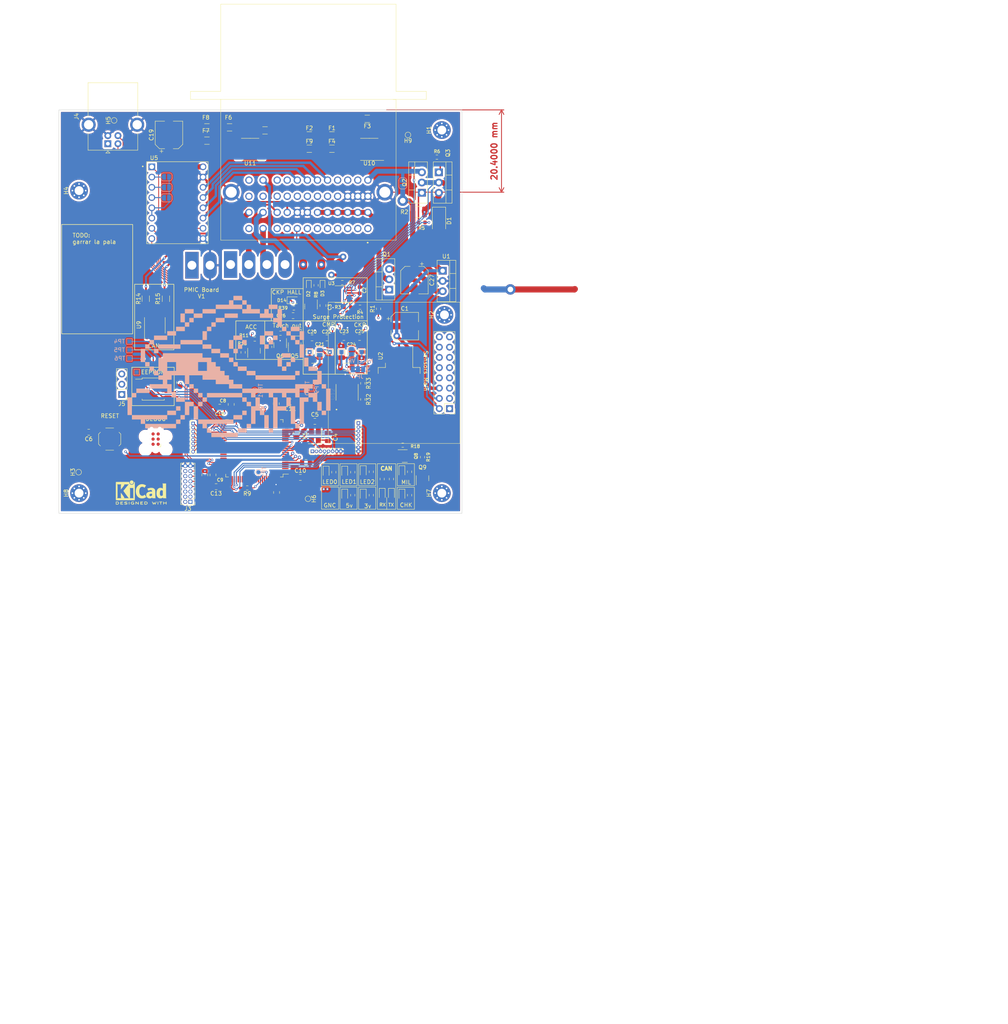
<source format=kicad_pcb>
(kicad_pcb (version 20211014) (generator pcbnew)
  (layers (0 "F.Cu" signal) (1 "In1.Cu" signal) (2 "In2.Cu" signal) (31 "B.Cu" signal) (34 "B.Paste" user) (35 "F.Paste" user) (36 "B.SilkS" user "B.Silkscreen") (37 "F.SilkS" user "F.Silkscreen") (38 "B.Mask" user) (39 "F.Mask" user) (44 "Edge.Cuts" user))
  (net 0 "")
  (net 1 "+3V3")
  (net 2 "GND")
  (net 3 "Net-(C2-Pad1)")
  (net 4 "Net-(C3-Pad1)")
  (net 5 "Net-(D1-Pad1)")
  (net 6 "Net-(D2-Pad1)")
  (net 7 "+12VA")
  (net 8 "Net-(D3-Pad1)")
  (net 9 "OSC_IN")
  (net 10 "OSC_OUT")
  (net 11 "/NRST")
  (net 12 "Net-(C8-Pad1)")
  (net 13 "Net-(C9-Pad1)")
  (net 14 "Net-(D5-Pad1)")
  (net 15 "Net-(D6-Pad1)")
  (net 16 "Net-(D7-Pad1)")
  (net 17 "Net-(D8-Pad1)")
  (net 18 "Net-(D9-Pad1)")
  (net 19 "Net-(D10-Pad1)")
  (net 20 "Net-(D11-Pad1)")
  (net 21 "Net-(D12-Pad1)")
  (net 22 "Net-(D13-Pad1)")
  (net 23 "/PWM | Relays /R3_OUT")
  (net 24 "/PWM | Relays /MIL_OUT")
  (net 25 "/PWM | Relays /CHECK_ENGINE")
  (net 26 "/SYS_SWDIO")
  (net 27 "/SYS_SWCLK")
  (net 28 "/SYS_SWO")
  (net 29 "/AUX_CS_1")
  (net 30 "/SPI2_SCK")
  (net 31 "/AUX_CS_2")
  (net 32 "+12V")
  (net 33 "Net-(Q1-Pad1)")
  (net 34 "+5VA")
  (net 35 "+5V")
  (net 36 "Net-(Q2-Pad1)")
  (net 37 "Net-(Q3-Pad1)")
  (net 38 "Net-(Q3-Pad3)")
  (net 39 "Net-(Q4-Pad3)")
  (net 40 "5V_ENABLE")
  (net 41 "Net-(R3-Pad2)")
  (net 47 "A1")
  (net 48 "B1")
  (net 49 "B4")
  (net 50 "C1")
  (net 51 "C4")
  (net 52 "D1")
  (net 53 "D3")
  (net 54 "D4")
  (net 55 "E1")
  (net 56 "E3")
  (net 57 "E4")
  (net 58 "F1")
  (net 59 "F3")
  (net 60 "F4")
  (net 61 "G1")
  (net 62 "G3")
  (net 63 "G4")
  (net 64 "H1")
  (net 65 "H3")
  (net 66 "H4")
  (net 67 "J1")
  (net 68 "CAN+")
  (net 69 "CMP-")
  (net 70 "CKP-")
  (net 71 "K1")
  (net 72 "CAN-")
  (net 73 "CMP+")
  (net 74 "CKP+")
  (net 75 "L1")
  (net 76 "L2")
  (net 77 "L3")
  (net 78 "L4")
  (net 79 "M1")
  (net 80 "M2")
  (net 81 "M3")
  (net 82 "M4")
  (net 83 "/SPI2_MISO")
  (net 84 "/AUX_IN_1")
  (net 85 "/SPI2_MOSI")
  (net 86 "/AUX_IN_2")
  (net 87 "/AUX_OUT_1")
  (net 88 "/AUX_IN_3")
  (net 89 "/AUX_OUT_2")
  (net 90 "/AUX_IN_4")
  (net 91 "/AUX_OUT_3")
  (net 92 "/VBUS")
  (net 93 "/USB_D-")
  (net 94 "/USB_D+")
  (net 95 "Net-(JP2-Pad2)")
  (net 96 "Net-(JP3-Pad2)")
  (net 97 "Net-(JP4-Pad2)")
  (net 98 "Net-(Q5-Pad1)")
  (net 99 "Net-(Q6-Pad1)")
  (net 100 "Net-(Q7-Pad1)")
  (net 101 "Net-(Q8-Pad1)")
  (net 102 "/MIL")
  (net 103 "Net-(Q9-Pad1)")
  (net 104 "/CHK")
  (net 105 "Net-(R9-Pad1)")
  (net 106 "/RPM_OUT")
  (net 107 "/ACC_DET")
  (net 108 "Net-(R14-Pad1)")
  (net 109 "/MIL_OUT")
  (net 110 "/CHK_OUT")
  (net 111 "/LED0")
  (net 112 "/LED1")
  (net 113 "/LED2")
  (net 114 "/LED_CAN_TX")
  (net 115 "/LED_CAN_RX")
  (net 116 "/MEMORY_CS")
  (net 117 "/MUX_OUT")
  (net 118 "/MUX_A")
  (net 119 "/MUX_B")
  (net 120 "/MUX_C")
  (net 121 "/MUX_FLT")
  (net 122 "/INY1")
  (net 123 "/INY2")
  (net 124 "/INY3")
  (net 125 "/INY4")
  (net 126 "/ECN1")
  (net 127 "/ECN2")
  (net 128 "/ECN3")
  (net 129 "/ECN4")
  (net 130 "/PMIC_SPARK")
  (net 131 "/PMIC_NOMI")
  (net 132 "/PMIC_MAXI")
  (net 133 "/PMIC_ENABLE")
  (net 134 "/R_ECN_INY")
  (net 135 "/R_GNC_GLP")
  (net 136 "/R_AAC")
  (net 137 "/TIM9_CH1")
  (net 138 "/TIM9_CH2")
  (net 144 "/PA4")
  (net 145 "/PA5")
  (net 146 "/PA6")
  (net 147 "/PA7")
  (net 149 "/MTR_STEP")
  (net 150 "/MTR_DIR")
  (net 151 "/MTR_FAULT")
  (net 152 "/MTR_ENABLE")
  (net 154 "/GNC_GLP")
  (net 155 "/CMP")
  (net 157 "/AUX_OUT_4")
  (net 158 "/PMIC_CS")
  (net 159 "/CAN1_RX")
  (net 160 "/CAN1_TX")
  (net 164 "/R_LMB")
  (net 166 "/PWM | Relays /CHK")
  (net 167 "/IN1+")
  (net 168 "/IN1-")
  (net 169 "/IN2-")
  (net 170 "/IN2+")
  (net 171 "Net-(JP5-Pad2)")
  (net 172 "Net-(JP6-Pad2)")
  (net 173 "/CKP_VR")
  (net 177 "Net-(F1-Pad1)")
  (net 178 "Net-(F2-Pad1)")
  (net 179 "Net-(F3-Pad1)")
  (net 180 "Net-(F4-Pad1)")
  (net 181 "Net-(F5-Pad1)")
  (net 182 "Net-(F9-Pad1)")
  (net 183 "Net-(TPe1-Pad1)")
  (net 184 "/CKP_D")
  (footprint "TestPoint:TestPoint_Pad_D1.0mm" (layer "F.Cu") (at 156.1 140.4 90)
    (fp_text reference "H3")
    (fp_text value "MountingHole")
  )
  (footprint "LED_SMD:LED_0603_1608Metric" (layer "F.Cu") (at 236.3 140.3 -90)
    (fp_text reference "D5" hide)
    (fp_text value "LED")
  )
  (footprint "Connector_USB:USB_B_OST_USB-B1HSxx_Horizontal" (layer "F.Cu") (at 163.35 58.9775 90)
    (fp_text reference "J4")
    (fp_text value "USB_B")
  )
  (footprint "Resistor_SMD:R_0603_1608Metric" (layer "F.Cu") (at 224.1 140.4 -90)
    (fp_text reference "R23" hide)
    (fp_text value "4.7k")
  )
  (footprint "Resistor_SMD:R_0603_1608Metric" (layer "F.Cu") (at 196.9 110.7 -90)
    (fp_text reference "R13")
    (fp_text value "10k")
  )
  (footprint "Resistor_SMD:R_0603_1608Metric" (layer "F.Cu") (at 203.5 109.35 -90)
    (fp_text reference "R10" hide)
    (fp_text value "100k")
  )
  (footprint "Capacitor_SMD:C_0805_2012Metric" (layer "F.Cu") (at 223.8 111.15 90)
    (fp_text reference "C24")
    (fp_text value "0.01uF")
  )
  (footprint "Capacitor_SMD:C_0805_2012Metric" (layer "F.Cu") (at 193.95 123.6 90)
    (fp_text reference "C8")
    (fp_text value "2.2uF")
  )
  (footprint "Package_TO_SOT_SMD:SOT-23" (layer "F.Cu") (at 237 136.4)
    (fp_text reference "Q8")
    (fp_text value "SS8050")
  )
  (footprint "Diode_SMD:D_SOD-523" (layer "F.Cu") (at 213.2 94 -90)
    (fp_text reference "D2")
    (fp_text value "1N4148")
  )
  (footprint "LED_SMD:LED_0603_1608Metric" (layer "F.Cu") (at 231.4 145.9 -90)
    (fp_text reference "D13" hide)
    (fp_text value "LED")
  )
  (footprint "Capacitor_SMD:C_0805_2012Metric" (layer "F.Cu") (at 211.1 141.7)
    (fp_text reference "C10")
    (fp_text value "100nF")
  )
  (footprint "Fuse:Fuse_1206_3216Metric" (layer "F.Cu") (at 218.935 56.925)
    (fp_text reference "F1")
    (fp_text value "750mA")
  )
  (footprint "Resistor_SMD:R_0603_1608Metric" (layer "F.Cu") (at 219.4 140.4 -90)
    (fp_text reference "R22" hide)
    (fp_text value "4.7k")
  )
  (footprint "Resistor_SMD:R_0603_1608Metric" (layer "F.Cu") (at 244.975 62.3 180)
    (fp_text reference "R6")
    (fp_text value "10R 1/10W")
  )
  (footprint "Package_TO_SOT_SMD:SOT-23" (layer "F.Cu") (at 213.75 99.3375 -90)
    (fp_text reference "Q4" hide)
    (fp_text value "SS8050")
  )
  (footprint "LED_SMD:LED_0603_1608Metric" (layer "F.Cu") (at 222.1 140.4 -90)
    (fp_text reference "D10" hide)
    (fp_text value "LED")
  )
  (footprint "Resistor_SMD:R_0603_1608Metric" (layer "F.Cu") (at 226.58925 122.3725 -90)
    (fp_text reference "R32")
    (fp_text value "10k")
  )
  (footprint "Package_TO_SOT_THT:TO-220-3_Vertical" (layer "F.Cu") (at 245.455 66.06 -90)
    (fp_text reference "Q3")
    (fp_text value "IRLZ44N")
  )
  (footprint "Package_SO:TSSOP-16_4.4x5mm_P0.65mm" (layer "F.Cu") (at 228.2 60.375 180)
    (fp_text reference "U10")
    (fp_text value "TPL7407LAPWR")
  )
  (footprint "Diode_SMD:D_SOD-523" (layer "F.Cu") (at 216.6 94 -90)
    (fp_text reference "D3")
    (fp_text value "1N4148")
  )
  (footprint "Resistor_SMD:R_0603_1608Metric" (layer "F.Cu") (at 228.7 140.3 -90)
    (fp_text reference "R24" hide)
    (fp_text value "4.7k")
  )
  (footprint "Capacitor_SMD:C_0603_1608Metric" (layer "F.Cu") (at 225.8 95.3 90)
    (fp_text reference "C2")
    (fp_text value "47nF")
  )
  (footprint "Capacitor_SMD:C_0805_2012Metric" (layer "F.Cu") (at 221.9 107)
    (fp_text reference "C23")
    (fp_text value "0.01uF")
  )
  (footprint "Resistor_SMD:R_0603_1608Metric" (layer "F.Cu") (at 197.925 144.3 180)
    (fp_text reference "R9")
    (fp_text value "10k")
  )
  (footprint "LED_SMD:LED_0603_1608Metric" (layer "F.Cu") (at 226.7 146.1 -90)
    (fp_text reference "D8" hide)
    (fp_text value "LED")
  )
  (footprint "Package_TO_SOT_SMD:SOT-23" (layer "F.Cu") (at 199.6 110.3 90)
    (fp_text reference "Q7" hide)
    (fp_text value "AO3400A")
  )
  (footprint "Resistor_SMD:R_0603_1608Metric" (layer "F.Cu") (at 199.8 107.4)
    (fp_text reference "R11")
    (fp_text value "10k")
  )
  (footprint "Capacitor_SMD:C_0805_2012Metric" (layer "F.Cu") (at 212.5 138)
    (fp_text reference "C7" hide)
    (fp_text value "100nF")
  )
  (footprint "Connector_PinHeader_1.27mm:PinHeader_2x08_P1.27mm_Vertical" (layer "F.Cu") (at 183.825 147.75 180)
    (fp_text reference "J3")
    (fp_text value "Conn_02x08_Odd_Even")
  )
  (footprint "Capacitor_SMD:C_0805_2012Metric" (layer "F.Cu") (at 190.2 144 180)
    (fp_text reference "C13")
    (fp_text value "100nF")
  )
  (footprint "Capacitor_SMD:C_0805_2012Metric" (layer "F.Cu") (at 215.9 111.1 90)
    (fp_text reference "C21")
    (fp_text value "0.01uF")
  )
  (footprint "Resistor_SMD:R_0603_1608Metric" (layer "F.Cu") (at 222.775 99.5)
    (fp_text reference "R3")
    (fp_text value "57.6K 1/10W")
  )
  (footprint "Package_TO_SOT_THT:TO-220-3_Vertical" (layer "F.Cu") (at 241.245 71.14 90)
    (fp_text reference "Q2")
    (fp_text value "IRLZ44N")
  )
  (footprint "Capacitor_SMD:CP_Elec_6.3x7.7" (layer "F.Cu") (at 237 104.2)
    (fp_text reference "C1")
    (fp_text value "100uF ±20% 35V")
  )
  (footprint "Capacitor_SMD:C_0805_2012Metric" (layer "F.Cu") (at 209.3 101.6 180)
    (fp_text reference "C26")
    (fp_text value "0.01uF")
  )
  (footprint "MountingHole:MountingHole_2.2mm_M2_Pad_Via" (layer "F.Cu") (at 246.2 55.6 90)
    (fp_text reference "H1")
    (fp_text value "MountingHole")
  )
  (footprint "Capacitor_SMD:C_0805_2012Metric" (layer "F.Cu") (at 210.1 130.7 -90)
    (fp_text reference "C15" hide)
    (fp_text value "100nF")
  )
  (footprint "Fuse:Fuse_1206_3216Metric" (layer "F.Cu") (at 213.325 56.925)
    (fp_text reference "F2")
    (fp_text value "750mA")
  )
  (footprint "OpenEFI-STM32F_rev3:366380002" (layer "F.Cu") (at 213.1 54 180)
    (fp_text reference "J1" hide)
    (fp_text value "36638-0002" hide)
  )
  (footprint "Package_TO_SOT_SMD:SOT-23" (layer "F.Cu") (at 241.4 141.9 90)
    (fp_text reference "Q9")
    (fp_text value "SS8050")
  )
  (footprint "Diode_SMD:D_SMA" (layer "F.Cu") (at 245.5 78.1 -90)
    (fp_text reference "D1")
    (fp_text value "SMAJ58CA")
  )
  (footprint "Capacitor_SMD:C_0805_2012Metric" (layer "F.Cu") (at 208.6 123 180)
    (fp_text reference "C11")
    (fp_text value "1uF")
  )
  (footprint "LED_SMD:LED_0603_1608Metric" (layer "F.Cu") (at 222.1 146.1 -90)
    (fp_text reference "D7" hide)
    (fp_text value "LED")
  )
  (footprint "Resistor_SMD:R_1206_3216Metric" (layer "F.Cu") (at 172.75 97.397 90)
    (fp_text reference "R14")
    (fp_text value "120R")
  )
  (footprint "Capacitor_SMD:C_0805_2012Metric" (layer "F.Cu") (at 214.7 127.8)
    (fp_text reference "C5")
    (fp_text value "15pF")
  )
  (footprint "Resistor_SMD:R_0603_1608Metric" (layer "F.Cu") (at 225.9 99.5 180)
    (fp_text reference "R4")
    (fp_text value "4.99K 1/10W")
  )
  (footprint "Resistor_SMD:R_1206_3216Metric" (layer "F.Cu") (at 222.5 114.3)
    (fp_text reference "R36" hide)
    (fp_text value "4.99K 1/2W")
  )
  (footprint "Resistor_SMD:R_0603_1608Metric" (layer "F.Cu") (at 226.58925 118.3725 -90)
    (fp_text reference "R33")
    (fp_text value "10k")
  )
  (footprint "Resistor_SMD:R_1206_3216Metric" (layer "F.Cu") (at 177.75 97.408 90)
    (fp_text reference "R15")
    (fp_text value "120R")
  )
  (footprint "Package_SO:TSSOP-16_4.4x5mm_P0.65mm" (layer "F.Cu") (at 198.65 60.375 180)
    (fp_text reference "U11")
    (fp_text value "TPL7407LAPWR")
  )
  (footprint "OpenEFI-STM32F_rev3:IC_DRV8825_STEPPER_MOTOR_DRIVER_CARRIER" (layer "F.Cu") (at 180.6 73.6)
    (fp_text reference "U5")
    (fp_text value "PaP_Driver_v1")
  )
  (footprint "Fuse:Fuse_1206_3216Metric" (layer "F.Cu") (at 227.7 52.8 180)
    (fp_text reference "F3")
    (fp_text value "750mA")
  )
  (footprint "Resistor_SMD:R_0603_1608Metric" (layer "F.Cu") (at 215 94.075 -90)
    (fp_text reference "R8")
    (fp_text value "10K 1/10W")
  )
  (footprint "Resistor_SMD:R_0603_1608Metric" (layer "F.Cu") (at 209.5 99.7)
    (fp_text reference "R39")
    (fp_text value "10k")
  )
  (footprint "Capacitor_SMD:C_0805_2012Metric" (layer "F.Cu") (at 189.425 141.075 -90)
    (fp_text reference "C9")
    (fp_text value "2.2uF")
  )
  (footprint "Capacitor_SMD:C_0805_2012Metric" (layer "F.Cu") (at 217.9 131.725 90)
    (fp_text reference "C4")
    (fp_text value "15pF")
  )
  (footprint "TestPoint:TestPoint_Pad_D1.0mm" (layer "F.Cu") (at 164.9 53.2 90)
    (fp_text reference "H5")
    (fp_text value "MountingHole")
  )
  (footprint "LED_SMD:LED_0603_1608Metric" (layer "F.Cu") (at 236.3 146.1 -90)
    (fp_text reference "D6" hide)
    (fp_text value "LED")
  )
  (footprint "Resistor_SMD:R_0603_1608Metric" (layer "F.Cu") (at 221.5 93.4 180)
    (fp_text reference "R7")
    (fp_text value "1M 1/10W")
  )
  (footprint "Capacitor_SMD:C_0805_2012Metric" (layer "F.Cu") (at 187.4 141.075 -90)
    (fp_text reference "C17" hide)
    (fp_text value "100nF")
  )
  (footprint "Package_QFP:LQFP-100_14x14mm_P0.5mm" (layer "F.Cu") (at 199.7 134.475 180)
    (fp_text reference "U8" hide)
    (fp_text value "STM32F407VGTx")
  )
  (footprint "Fuse:Fuse_1206_3216Metric" (layer "F.Cu") (at 187.925 58.215)
    (fp_text reference "F7")
    (fp_text value "750mA")
  )
  (footprint "MountingHole:MountingHole_2.2mm_M2_Pad_Via" (layer "F.Cu") (at 246.2 145.6 90)
    (fp_text reference "H7")
    (fp_text value "MountingHole")
  )
  (footprint "LED_SMD:LED_0603_1608Metric" (layer "F.Cu") (at 217.495 140.4 -90)
    (fp_text reference "D9" hide)
    (fp_text value "LED")
  )
  (footprint "Diode_SMD:D_SOD-323" (layer "F.Cu") (at 209.3 97.8)
    (fp_text reference "D14")
    (fp_text value "K26")
  )
  (footprint "Capacitor_SMD:C_0805_2012Metric" (layer "F.Cu") (at 225.8 107 180)
    (fp_text reference "C25")
    (fp_text value "0.01uF")
  )
  (footprint "OpenEFI-STM32F_rev3:SensorsV1" (layer "F.Cu") (at 234.23375 115.29375 -90)
    (fp_text reference "U4" hide)
    (fp_text value "SensorsV1")
  )
  (footprint "Resistor_SMD:R_1206_3216Metric" (layer "F.Cu") (at 218.4 110.6 -90)
    (fp_text reference "R30" hide)
    (fp_text value "10K 1/2W")
  )
  (footprint "Package_SO:HTSOP-8-1EP_3.9x4.9mm_P1.27mm_EP2.4x3.2mm" (layer "F.Cu") (at 175 104 90)
    (fp_text reference "U9")
    (fp_text value "TJA1042T3118")
  )
  (footprint "Button_Switch_SMD:SW_SPST_TL3342" (layer "F.Cu") (at 163.8 132.2 -90)
    (fp_text reference "SW1" hide)
    (fp_text value "SW_Push")
  )
  (footprint "TestPoint:TestPoint_Pad_D1.0mm" (layer "F.Cu") (at 213 147 -90)
    (fp_text reference "H6")
    (fp_text value "MountingHole")
  )
  (footprint "Capacitor_SMD:C_0805_2012Metric" (layer "F.Cu") (at 205.125 123.425 90)
    (fp_text reference "C12" hide)
    (fp_text value "100nF")
  )
  (footprint "LED_SMD:LED_0603_1608Metric" (layer "F.Cu") (at 233.7 145.9 -90)
    (fp_text reference "D12" hide)
    (fp_text value "LED")
  )
  (footprint "Capacitor_SMD:C_0805_2012Metric" (layer "F.Cu") (at 217.7 107.1 180)
    (fp_text reference "C22")
    (fp_text value "0.01uF")
  )
  (footprint "Capacitor_SMD:C_0805_2012Metric" (layer "F.Cu") (at 181.15 118.15 90)
    (fp_text reference "C14")
    (fp_text value "100nF")
  )
  (footprint "Package_TO_SOT_SMD:SOT-23" (layer "F.Cu") (at 206.1 108.9125 -90)
    (fp_text reference "Q6")
    (fp_text value "SS8050")
  )
  (footprint "Resistor_SMD:R_0603_1608Metric" (layer "F.Cu") (at 238.2 140.3 -90)
    (fp_text reference "R16" hide)
    (fp_text value "4.7k")
  )
  (footprint "Resistor_SMD:R_0603_1608Metric" (layer "F.Cu") (at 228.7 146.1 -90)
    (fp_text reference "R21" hide)
    (fp_text value "4.7k")
  )
  (footprint "Resistor_SMD:R_0603_1608Metric" (layer "F.Cu") (at 206.175 105.95)
    (fp_text reference "R12" hide)
    (fp_text value "1k")
  )
  (footprint "Fuse:Fuse_1206_3216Metric" (layer "F.Cu") (at 218.935 60.215)
    (fp_text reference "F4")
    (fp_text value "750mA")
  )
  (footprint "MountingHole:MountingHole_2.2mm_M2_Pad_Via" (layer "F.Cu") (at 246.85 101.4 90)
    (fp_text reference "H2")
    (fp_text value "MountingHole")
  )
  (footprint "Capacitor_SMD:C_0805_2012Metric" (layer "F.Cu") (at 214 107.1)
    (fp_text reference "C20")
    (fp_text value "0.01uF")
  )
  (footprint "Capacitor_SMD:C_0805_2012Metric" (layer "F.Cu") (at 158.6 130.5 180)
    (fp_text reference "C6")
    (fp_text value "100nF")
  )
  (footprint "Package_TO_SOT_SMD:TO-263-3_TabPin2" (layer "F.Cu") (at 235.6 117.4 -90)
    (fp_text reference "U2")
    (fp_text value "MIC2940A-3.3WU")
  )
  (footprint "Capacitor_SMD:C_0805_2012Metric" (layer "F.Cu") (at 216.7 99.1 -90)
    (fp_text reference "C3")
    (fp_text value "100nF")
  )
  (footprint "Connector_PinHeader_2.54mm:PinHeader_1x03_P2.54mm_Vertical" (layer "F.Cu") (at 166.8 121.14 180)
    (fp_text reference "J5")
    (fp_text value "Conn_01x03")
  )
  (footprint "Resistor_SMD:R_1210_3225Metric" (layer "F.Cu") (at 240.4375 75.9)
    (fp_text reference "R2")
    (fp_text value "0.01R")
  )
  (footprint "Package_TO_SOT_THT:TO-220-3_Vertical" (layer "F.Cu") (at 233.145 95.14 90)
    (fp_text reference "Q1")
    (fp_text value "IRF540N")
  )
  (footprint "MountingHole:MountingHole_2.2mm_M2_Pad_Via" (layer "F.Cu") (at 156.2 145.6 90)
    (fp_text reference "H8")
    (fp_text value "MountingHole")
  )
  (footprint "Connector:Tag-Connect_TC2030-IDC-FP_2x03_P1.27mm_Vertical" (layer "F.Cu") (at 175.2 132.2 90)
    (fp_text reference "J2" hide)
    (fp_text value "Tag connect")
  )
  (footprint "Capacitor_SMD:C_0805_2012Metric" (layer "F.Cu") (at 205.2 145.425 -90)
    (fp_text reference "C16" hide)
    (fp_text value "100nF")
  )
  (footprint "Resistor_SMD:R_0603_1608Metric" (layer "F.Cu") (at 231.4 142.1 90)
    (fp_text reference "R26" hide)
    (fp_text value "4.7k")
  )
  (footprint "Capacitor_SMD:CP_Elec_6.3x7.7" (layer "F.Cu") (at 239.4 92.8 -90)
    (fp_text reference "C27")
    (fp_text value "100uF ±20% 35V")
  )
  (footprint "Symbol:KiCad-Logo2_5mm_SilkScreen" (layer "F.Cu") (at 171.6 145.425)
    (fp_text reference "SYM1" hide)
    (fp_text value "SYM_Hot_Small" hide)
  )
  (footprint "Capacitor_SMD:C_0805_2012Metric" (layer "F.Cu") (at 191.1 124.3 180)
    (fp_text reference "C18")
    (fp_text value "4.7uF")
  )
  (footprint "Resistor_SMD:R_0603_1608Metric" (layer "F.Cu") (at 241.4 136.675 -90)
    (fp_text reference "R19")
    (fp_text value "1k")
  )
  (footprint "Resistor_SMD:R_0603_1608Metric" (layer "F.Cu") (at 233.7 142.1 90)
    (fp_text reference "R25" hide)
    (fp_text value "4.7k")
  )
  (footprint "Fuse:Fuse_1206_3216Metric" (layer "F.Cu") (at 202.335 55.675 180)
    (fp_text reference "F5" hide)
    (fp_text value "750mA")
  )
  (footprint "OpenEFI-STM32F_rev3:SOP63P602X175-16N" (layer "F.Cu") (at 222.7 120.6 90)
    (fp_text reference "U12")
    (fp_text value "MAX9926UAEE+")
  )
  (footprint "Fuse:Fuse_1206_3216Metric" (layer "F.Cu") (at 213.325 60.215)
    (fp_text reference "F9")
    (fp_text value "750mA")
  )
  (footprint "Fuse:Fuse_1206_3216Metric" (layer "F.Cu") (at 187.925 54.925)
    (fp_text reference "F8")
    (fp_text value "750mA")
  )
  (footprint "Resistor_SMD:R_1206_3216Metric" (layer "F.Cu") (at 221.3 110.55 -90)
    (fp_text reference "R34" hide)
    (fp_text value "10K 1/2W")
  )
  (footprint "TestPoint:TestPoint_Pad_D1.0mm" (layer "F.Cu") (at 237.8 56.8 180)
    (fp_text reference "H9")
    (fp_text value "MountingHole")
  )
  (footprint "Capacitor_SMD:CP_Elec_6.3x7.7" (layer "F.Cu") (at 178.5 56.8 90)
    (fp_text reference "C19")
    (fp_text value "100uF ±20% 35V")
  )
  (footprint "OpenEFI-STM32F_rev3:pmic_v1" (layer "F.Cu") (at 203.0755 113.9922)
    (fp_text reference "U7" hide)
    (fp_text value "PMIC_V1")
  )
  (footprint "Resistor_SMD:R_1206_3216Metric" (layer "F.Cu") (at 214.6 114.3)
    (fp_text reference "R29" hide)
    (fp_text value "4.99K 1/2W")
  )
  (footprint "Package_SO:MSOP-12_3x4mm_P0.65mm" (layer "F.Cu") (at 221.2 96.3 180)
    (fp_text reference "U3")
    (fp_text value "LT4363IMS")
  )
  (footprint "Resistor_SMD:R_0603_1608Metric" (layer "F.Cu") (at 241.2 78.5)
    (fp_text reference "R5")
    (fp_text value "10R 1/10W")
  )
  (footprint "LED_SMD:LED_0603_1608Metric" (layer "F.Cu") (at 226.7 140.3 -90)
    (fp_text reference "D11" hide)
    (fp_text value "LED")
  )
  (footprint "Diode_SMD:D_SOD-323" (layer "F.Cu") (at 209.8 105.8 180)
    (fp_text reference "D4" hide)
    (fp_text value "MM3Z24VT1G")
  )
  (footprint "Resistor_SMD:R_0603_1608Metric" (layer "F.Cu") (at 238.2 146.1 -90)
    (fp_text reference "R17" hide)
    (fp_text value "4.7k")
  )
  (footprint "MountingHole:MountingHole_2.2mm_M2_Pad_Via" (layer "F.Cu") (at 156.2 70.6 90)
    (fp_text reference "H4")
    (fp_text value "MountingHole")
  )
  (footprint "Package_TO_SOT_THT:TO-220-3_Vertical" (layer "F.Cu") (at 246.4 90.46 -90)
    (fp_text reference "U1")
    (fp_text value "MIC2940A-5.0WT")
  )
  (footprint "Resistor_SMD:R_0603_1608Metric" (layer "F.Cu") (at 224.1 146.1 -90)
    (fp_text reference "R20" hide)
    (fp_text value "4.7k")
  )
  (footprint "Crystal:Crystal_SMD_3225-4Pin_3.2x2.5mm" (layer "F.Cu") (at 214.7 131.35 90)
    (fp_text reference "Y1")
    (fp_text value "25MHz")
  )
  (footprint "Fuse:Fuse_1206_3216Metric" (layer "F.Cu") (at 193.535 54.925)
    (fp_text reference "F6")
    (fp_text value "750mA")
  )
  (footprint "Resistor_SMD:R_1206_3216Metric" (layer "F.Cu") (at 226.3 110.6 -90)
    (fp_text reference "R37" hide)
    (fp_text value "10K 1/2W")
  )
  (footprint "Package_TO_SOT_SMD:SOT-23" (layer "F.Cu") (at 209.7 108.9375 90)
    (fp_text reference "Q5")
    (fp_text value "AO3400A")
  )
  (footprint "Resistor_SMD:R_0603_1608Metric" (layer "F.Cu") (at 236.5 133.7 180)
    (fp_text reference "R18")
    (fp_text value "1k")
  )
  (footprint "Resistor_SMD:R_1206_3216Metric" (layer "F.Cu") (at 213.4 110.6 -90)
    (fp_text reference "R27" hide)
    (fp_text value "10K 1/2W")
  )
  (footprint "Resistor_SMD:R_0603_1608Metric" (layer "F.Cu") (at 230.5 99.9 90)
    (fp_text reference "R1")
    (fp_text value "10R 1/10W")
  )
  (footprint "Package_SO:SOIC-8_5.275x5.275mm_P1.27mm" (layer "F.Cu") (at 174.6 119.8)
    (fp_text reference "U6" hide)
    (fp_text value "25LCxxx")
  )
  (footprint "TestPoint:TestPoint_Pad_1.0x1.0mm" (layer "B.Cu") (at 168.7 112.2 180)
    (fp_text reference "TP6")
    (fp_text value "TestPoint")
  )
  (footprint "TestPoint:TestPoint_Pad_1.0x1.0mm" (layer "B.Cu") (at 213.7 119.6 90)
    (fp_text reference "TP9")
    (fp_text value "TestPoint")
  )
  (footprint "Jumper:SolderJumper-3_P1.3mm_Bridged2Bar12_Pad1.0x1.5mm_NumberLabels" (layer "B.Cu") (at 225.4 114.9)
    (fp_text reference "JP7")
    (fp_text value "vr/hall")
  )
  (footprint "Jumper:SolderJumper-2_P1.3mm_Open_RoundedPad1.0x1.5mm" (layer "B.Cu") (at 236.5 68.8 -90)
    (fp_text reference "JP1" hide)
    (fp_text value "Jumper_NO_Small")
  )
  (footprint "TestPoint:TestPoint_Pad_D1.0mm" (layer "B.Cu") (at 199.8 120.2 90)
    (fp_text reference "TPe1")
    (fp_text value "BOOT1")
  )
  (footprint "LOGO" (layer "B.Cu") (at 193.4 114.2 180)
    (fp_text reference "G***" hide)
    (fp_text value "LOGO" hide)
  )
  (footprint "TestPoint:TestPoint_Pad_1.0x1.0mm" (layer "B.Cu") (at 168.7 110.1 180)
    (fp_text reference "TP5")
    (fp_text value "TestPoint")
  )
  (footprint "TestPoint:TestPoint_Pad_1.0x1.0mm" (layer "B.Cu") (at 211.4 119.6 90)
    (fp_text reference "TP10")
    (fp_text value "TestPoint")
  )
  (footprint "Jumper:SolderJumper-2_P1.3mm_Open_RoundedPad1.0x1.5mm" (layer "B.Cu") (at 177.9 67.2 180)
    (fp_text reference "JP2" hide)
    (fp_text value "SolderJumper_2_Open")
  )
  (footprint "TestPoint:TestPoint_Pad_1.0x1.0mm" (layer "B.Cu") (at 168.7 108 180)
    (fp_text reference "TP4")
    (fp_text value "TestPoint")
  )
  (footprint "Jumper:SolderJumper-2_P1.3mm_Open_RoundedPad1.0x1.5mm" (layer "B.Cu") (at 223.8 110.5 -90)
    (fp_text reference "JP6" hide)
    (fp_text value "SolderJumper_2_Open")
  )
  (footprint "TestPoint:TestPoint_Pad_1.0x1.0mm" (layer "B.Cu") (at 221.3 110.6 90)
    (fp_text reference "TP11" hide)
    (fp_text value "TestPoint")
  )
  (footprint "Jumper:SolderJumper-2_P1.3mm_Open_RoundedPad1.0x1.5mm" (layer "B.Cu") (at 177.9 72.4 180)
    (fp_text reference "JP4" hide)
    (fp_text value "SolderJumper_2_Open")
  )
  (footprint "Jumper:SolderJumper-2_P1.3mm_Open_RoundedPad1.0x1.5mm" (layer "B.Cu") (at 215.9 110.7 -90)
    (fp_text reference "JP5" hide)
    (fp_text value "SolderJumper_2_Open")
  )
  (footprint "TestPoint:TestPoint_Pad_1.0x1.0mm" (layer "B.Cu") (at 226.3 110.6 90)
    (fp_text reference "TP12" hide)
    (fp_text value "TestPoint")
  )
  (footprint "Jumper:SolderJumper-2_P1.3mm_Open_RoundedPad1.0x1.5mm" (layer "B.Cu") (at 177.9 69.8 180)
    (fp_text reference "JP3" hide)
    (fp_text value "SolderJumper_2_Open")
  )
  (footprint "TestPoint:TestPoint_Pad_1.0x1.0mm" (layer "B.Cu") (at 218.4 110.6 90)
    (fp_text reference "TP8" hide)
    (fp_text value "TestPoint")
  )
  (footprint "TestPoint:TestPoint_Pad_1.0x1.0mm" (layer "B.Cu") (at 170.5 115.6)
    (fp_text reference "TP2" hide)
    (fp_text value "TestPoint")
  )
  (footprint "TestPoint:TestPoint_Pad_1.0x1.0mm" (layer "B.Cu") (at 213.4 110.6 90)
    (fp_text reference "TP7" hide)
    (fp_text value "TestPoint")
  )
  (footprint "TestPoint:TestPoint_Pad_D1.0mm" (layer "B.Cu") (at 200.7 140.4 90)
    (fp_text reference "TP1")
    (fp_text value "BOOT0")
  )
  (gr_line (start 225.4 113.6) (end 225.4 111.8) (layer "B.SilkS") (width 0.15))
  (gr_rect (start 235.148668 144.142475) (end 239.4 149.6) (layer "F.SilkS") (width 0.12) (fill none))
  (gr_rect (start 151.9 79) (end 169.5 106.1) (layer "F.SilkS") (width 0.15) (fill none))
  (gr_line (start 232.528795 146.643322) (end 232.529266 149.594546) (layer "F.SilkS") (width 0.12))
  (gr_rect (start 235.147336 138.289976) (end 239.398668 143.747501) (layer "F.SilkS") (width 0.12) (fill none))
  (gr_line (start 202.26 102.9) (end 203.9 102.9) (layer "F.SilkS") (width 0.15))
  (gr_rect (start 169.983 93.822) (end 179.733 110.072) (layer "F.SilkS") (width 0.15) (fill none))
  (gr_line (start 211.8 116.1) (end 211.8 102.9) (layer "F.SilkS") (width 0.15))
  (gr_rect (start 216.352336 144.114975) (end 220.603668 149.5725) (layer "F.SilkS") (width 0.12) (fill none))
  (gr_line (start 202.25 112.45) (end 202.26 102.9) (layer "F.SilkS") (width 0.15))
  (gr_rect (start 230.205393 138.305438) (end 234.769544 149.600419) (layer "F.SilkS") (width 0.12) (fill none))
  (gr_line (start 203.9 102.9) (end 203.9 94.9) (layer "F.SilkS") (width 0.15))
  (gr_line (start 203.9 94.9) (end 211.8 94.9) (layer "F.SilkS") (width 0.15))
  (gr_line (start 227.7 102.9) (end 227.7 116.1) (layer "F.SilkS") (width 0.15))
  (gr_rect (start 225.552986 144.132183) (end 229.804318 149.589708) (layer "F.SilkS") (width 0.12) (fill none))
  (gr_rect (start 225.56 138.314975) (end 229.811332 143.7725) (layer "F.SilkS") (width 0.12) (fill none))
  (gr_line (start 219.75 102.9) (end 219.75 116.1) (layer "F.SilkS") (width 0.15))
  (gr_line (start 227.7 116.1) (end 211.8 116.1) (layer "F.SilkS") (width 0.15))
  (gr_line (start 202.25 112.45) (end 195.1 112.45) (layer "F.SilkS") (width 0.15))
  (gr_rect (start 220.945666 138.317475) (end 225.196998 143.775) (layer "F.SilkS") (width 0.12) (fill none))
  (gr_rect (start 220.933668 144.122475) (end 225.185 149.58) (layer "F.SilkS") (width 0.12) (fill none))
  (gr_rect (start 216.333668 138.306213) (end 220.585 143.763738) (layer "F.SilkS") (width 0.12) (fill none))
  (gr_line (start 211.8 102.9) (end 203.9 102.9) (layer "F.SilkS") (width 0.15))
  (gr_line (start 195.1 112.45) (end 195.1 102.9) (layer "F.SilkS") (width 0.15))
  (gr_rect (start 169.3 114.4) (end 179.8 123.9) (layer "F.SilkS") (width 0.15) (fill none))
  (gr_line (start 211.75 112.45) (end 202.25 112.45) (layer "F.SilkS") (width 0.15))
  (gr_line (start 202.26 102.9) (end 195.1 102.9) (layer "F.SilkS") (width 0.15))
  (gr_rect (start 211.8 92.2) (end 227.7 102.9) (layer "F.SilkS") (width 0.15) (fill none))
  (gr_rect (start 151.2 50.6) (end 251.2 150.6) (layer "Edge.Cuts") (width 0.1) (fill none))
  (gr_text "HALL" (at 227.4 112.8) (layer "B.SilkS") (effects (font (size 1 1)) (justify mirror)))
  (gr_text "VR" (at 223.8 112.8) (layer "B.SilkS") (effects (font (size 1 1)) (justify mirror)))
  (gr_text "MIL" (at 237.353002 142.917501) (layer "F.SilkS") (effects (font (size 1 1))))
  (gr_text "RX" (at 231.49 148.485) (layer "F.SilkS") (effects (font (size 0.8 0.8))))
  (gr_text "CHK" (at 237.328668 148.56) (layer "F.SilkS") (effects (font (size 1 1))))
  (gr_text "TX" (at 233.6 148.505) (layer "F.SilkS") (effects (font (size 0.8 0.8))))
  (gr_text "GNC\n" (at 218.413668 148.634975) (layer "F.SilkS") (effects (font (size 1 1))))
  (gr_text "LED1" (at 223.201333 142.762475) (layer "F.SilkS") (effects (font (size 1 1))))
  (gr_text "LED2" (at 227.711333 142.812475) (layer "F.SilkS") (effects (font (size 1 1))))
  (gr_text "CKP" (at 225.9 103.9) (layer "F.SilkS") (effects (font (size 1 1))))
  (gr_text "CAN" (at 174.733 109.072) (layer "F.SilkS") (effects (font (size 1 1))))
  (gr_text "CKP HALL" (at 207.7 95.8) (layer "F.SilkS") (effects (font (size 1 1))))
  (gr_text "TODO:\ngarrar la pala" (at 154.5 82.5) (layer "F.SilkS") (effects (font (size 1 1)) (justify left)))
  (gr_text "3v" (at 227.808668 148.794975) (layer "F.SilkS") (effects (font (size 1 1))))
  (gr_text "RESET" (at 163.85 126.46) (layer "F.SilkS") (effects (font (size 1 1))))
  (gr_text "LED0" (at 218.423668 142.814975) (layer "F.SilkS") (effects (font (size 1 1))))
  (gr_text "ACC" (at 198.9 104.4) (layer "F.SilkS") (effects (font (size 1 1))))
  (gr_text "CMP" (at 218.1 103.8) (layer "F.SilkS") (effects (font (size 1 1))))
  (gr_text "5v" (at 223.238668 148.682475) (layer "F.SilkS") (effects (font (size 1 1))))
  (gr_text "DEBUG" (at 175.19 127.19) (layer "F.SilkS") (effects (font (size 1 1))))
  (gr_text "CAN" (at 232.45 139.495) (layer "F.SilkS") (effects (font (size 1 1) (thickness 0.25))))
  (gr_text "Surge Protection" (at 220.5 101.9) (layer "F.SilkS") (effects (font (size 1 1))))
  (gr_text "EEPROM" (at 174.6 115.6) (layer "F.SilkS") (effects (font (size 1 1))))
  (gr_text "Tatch out" (at 207.8 104.05) (layer "F.SilkS") (effects (font (size 1 1))))
  (dimension (type aligned) (layer "F.Cu") (pts (xy 232 71) (xy 232 50.6)) (height 29) (gr_text "20.4000 mm" (at 259.2 60.8 90) (layer "F.Cu") (effects (font (size 1.5 1.5) (thickness 0.3)))) (format (units 3) (units_format 1) (precision 4)) (style (thickness 0.2) (arrow_length 1.27) (text_position_mode 0) (extension_height 0.58642) (extension_offset 0.5) keep_text_aligned))
  (segment (start 279.1 95.1) (end 279.2 95) (width 1.5) (layer "F.Cu") (net 0))
  (segment (start 263.2 95.1) (end 279.1 95.1) (width 1.5) (layer "F.Cu") (net 0))
  (via (at 263.2 95.1) (size 2.6) (drill 1.4) (layers "F.Cu" "B.Cu") (net 0))
  (segment (start 263.2 95.1) (end 256.9 95.1) (width 1.5) (layer "B.Cu") (net 0))
  (segment (start 256.9 95.1) (end 256.6 94.8) (width 1.5) (layer "B.Cu") (net 0))
  (segment (start 187.425 140.15) (end 188.325 141.05) (width 0.25) (layer "F.Cu") (net 1))
  (segment (start 204.7 126.8) (end 204.7 124.8) (width 0.25) (layer "F.Cu") (net 1))
  (segment (start 208.25 97.8) (end 208.25 99.275) (width 0.3) (layer "F.Cu") (net 1))
  (segment (start 233.84 107.94) (end 233.06 107.94) (width 0.45) (layer "F.Cu") (net 1))
  (segment (start 204.7 124.8) (end 205.125 124.375) (width 0.25) (layer "F.Cu") (net 1))
  (segment (start 207.375 129.975) (end 209.875 129.975) (width 0.3) (layer "F.Cu") (net 1))
  (segment (start 187.4 140.125) (end 187.425 140.15) (width 0.25) (layer "F.Cu") (net 1))
  (segment (start 198.975 106.275) (end 199.25 106) (width 0.2) (layer "F.Cu") (net 1))
  (segment (start 205.2 144.475) (end 205.7 143.975) (width 0.25) (layer "F.Cu") (net 1))
  (segment (start 193.7 126.8) (end 193.7 125.95) (width 0.25) (layer "F.Cu") (net 1))
  (segment (start 181.15 119.1) (end 181.15 118.7) (width 0.25) (layer "F.Cu") (net 1))
  (segment (start 209.375 130.475) (end 210.1 129.75) (width 0.3) (layer "F.Cu") (net 1))
  (segment (start 210.02552 129.75) (end 210.1 129.75) (width 0.3) (layer "F.Cu") (net 1))
  (segment (start 192.25 125.75) (end 192.25 124.5) (width 0.25) (layer "F.Cu") (net 1))
  (segment (start 190.45 141.05) (end 191.025 140.475) (width 0.25) (layer "F.Cu") (net 1))
  (segment (start 181.15 118.7) (end 181.4 118.45) (width 0.25) (layer "F.Cu") (net 1))
  (segment (start 207.375 130.475) (end 209.375 130.475) (width 0.3) (layer "F.Cu") (net 1))
  (segment (start 211.525 137.975) (end 211.55 138) (width 0.3) (layer "F.Cu") (net 1))
  (segment (start 234.4 108.5) (end 233.84 107.94) (width 0.45) (layer "F.Cu") (net 1))
  (segment (start 198.975 107.4) (end 198.975 106.275) (width 0.2) (layer "F.Cu") (net 1))
  (segment (start 193.7 125.95) (end 192.05 124.3) (width 0.25) (layer "F.Cu") (net 1))
  (segment (start 205.7 143.975) (end 205.7 142.15) (width 0.25) (layer "F.Cu") (net 1))
  (segment (start 178.2 117.895) (end 179.945 117.895) (width 0.25) (layer "F.Cu") (net 1))
  (segment (start 208.30052 131.475) (end 210.02552 129.75) (width 0.3) (layer "F.Cu") (net 1))
  (segment (start 208.25 97.8) (end 208.75 97.8) (width 0.3) (layer "F.Cu") (net 1))
  (segment (start 233.06 105.44) (end 234.3 104.2) (width 0.8) (layer "F.Cu") (net 1))
  (segment (start 179.945 117.895) (end 181.15 119.1) (width 0.25) (layer "F.Cu") (net 1))
  (segment (start 181.085 119.165) (end 181.15 119.1) (width 0.25) (layer "F.Cu") (net 1))
  (segment (start 208.25 99.275) (end 208.675 99.7) (width 0.3) (layer "F.Cu") (net 1))
  (segment (start 207.375 137.975) (end 211.525 137.975) (width 0.3) (layer "F.Cu") (net 1))
  (segment (start 208.75 97.8) (end 209.25 98.3) (width 0.3) (layer "F.Cu") (net 1))
  (segment (start 207.375 131.475) (end 208.30052 131.475) (width 0.3) (layer "F.Cu") (net 1))
  (segment (start 233.06 107.94) (end 233.06 105.44) (width 0.8) (layer "F.Cu") (net 1))
  (segment (start 188.325 141.05) (end 190.45 141.05) (width 0.25) (layer "F.Cu") (net 1))
  (segment (start 233.06 111.625) (end 233.06 107.94) (width 0.8) (layer "F.Cu") (net 1))
  (segment (start 192.25 124.5) (end 192.05 124.3) (width 0.25) (layer "F.Cu") (net 1))
  (segment (start 178.2 119.165) (end 181.085 119.165) (width 0.25) (layer "F.Cu") (net 1))
  (segment (start 209.875 129.975) (end 210.1 129.75) (width 0.3) (layer "F.Cu") (net 1))
  (segment (start 191.025 140.475) (end 192.025 140.475) (width 0.25) (layer "F.Cu") (net 1))
  (via (at 216.9 144.6) (size 0.7) (drill 0.4) (layers "F.Cu" "B.Cu") (net 1))
  (via (at 181.4 118.45) (size 0.6) (drill 0.3) (layers "F.Cu" "B.Cu") (net 1))
  (via (at 187.425 140.15) (size 0.6) (drill 0.3) (layers "F.Cu" "B.Cu") (net 1))
  (via (at 209.25 98.3) (size 0.6) (drill 0.3) (layers "F.Cu" "B.Cu") (net 1))
  (via (at 192.25 125.75) (size 0.6) (drill 0.3) (layers "F.Cu" "B.Cu") (net 1))
  (via (at 217.8 144.6) (size 0.7) (drill 0.4) (layers "F.Cu" "B.Cu") (net 1))
  (via (at 234.4 108.5) (size 0.8) (drill 0.4) (layers "F.Cu" "B.Cu") (net 1))
  (via (at 199.25 106) (size 0.6) (drill 0.3) (layers "F.Cu" "B.Cu") (net 1))
  (segment (start 184.273857 119.985) (end 190.038858 125.75) (width 0.25) (layer "B.Cu") (net 1))
  (segment (start 242.5 110.5) (end 240.5 108.5) (width 0.45) (layer "B.Cu") (net 1))
  (segment (start 178.55 67.2) (end 178.55 72.4) (width 0.25) (layer "B.Cu") (net 1))
  (segment (start 242.5 121.59) (end 242.5 110.5) (width 0.45) (layer "B.Cu") (net 1))
  (segment (start 181.4 118.45) (end 182.935 119.985) (width 0.25) (layer "B.Cu") (net 1))
  (segment (start 178.55 72.4) (end 178.55 73.55) (width 0.25) (layer "B.Cu") (net 1))
  (segment (start 190.038858 125.75) (end 192.25 125.75) (width 0.25) (layer "B.Cu") (net 1))
  (segment (start 240.5 108.5) (end 234.4 108.5) (width 0.45) (layer "B.Cu") (net 1))
  (segment (start 178.55 73.55) (end 177.23 74.87) (width 0.25) (layer "B.Cu") (net 1))
  (segment (start 174.25 74.87) (end 174.25 77.41) (width 0.25) (layer "B.Cu") (net 1))
  (segment (start 245.585 124.675) (end 242.5 121.59) (width 0.45) (layer "B.Cu") (net 1))
  (segment (start 182.935 119.985) (end 184.273857 119.985) (width 0.25) (layer "B.Cu") (net 1))
  (segment (start 177.23 74.87) (end 174.25 74.87) (width 0.25) (layer "B.Cu") (net 1))
  (segment (start 220.3 96.3) (end 219.975 95.975) (width 0.25) (layer "F.Cu") (net 2))
  (segment (start 210.1 131.65) (end 210.45 131.65) (width 0.3) (layer "F.Cu") (net 2))
  (segment (start 205.2 143.3505) (end 205.0755 143.475) (width 0.25) (layer "F.Cu") (net 2))
  (segment (start 220.3 98.5) (end 220.3 96.3) (width 0.25) (layer "F.Cu") (net 2))
  (segment (start 219.975 95.975) (end 219.05 95.975) (width 0.25) (layer "F.Cu") (net 2))
  (segment (start 222.9575 116.15) (end 222.25 116.15) (width 0.3) (layer "F.Cu") (net 2))
  (segment (start 223.6525 116.845) (end 222.9575 116.15) (width 0.3) (layer "F.Cu") (net 2))
  (segment (start 205.2 142.15) (end 205.2 143.3505) (width 0.25) (layer "F.Cu") (net 2))
  (segment (start 223.6525 117.965) (end 223.6525 116.845) (width 0.3) (layer "F.Cu") (net 2))
  (segment (start 222.3825 117.965) (end 222.3825 116.2825) (width 0.3) (layer "F.Cu") (net 2))
  (segment (start 219.2 99.6) (end 220.3 98.5) (width 0.25) (layer "F.Cu") (net 2))
  (segment (start 222.3825 116.2825) (end 222.25 116.15) (width 0.3) (layer "F.Cu") (net 2))
  (segment (start 210.45 131.65) (end 211.69 130.41) (width 0.3) (layer "F.Cu") (net 2))
  (via (at 214.7 105.2) (size 0.7) (drill 0.4) (layers "F.Cu" "B.Cu") (net 2))
  (via (at 222.25 116.15) (size 0.7) (drill 0.4) (layers "F.Cu" "B.Cu") (net 2))
  (via (at 222.8 104.6) (size 0.7) (drill 0.4) (layers "F.Cu" "B.Cu") (net 2))
  (via (at 205.0755 143.475) (size 0.6) (drill 0.3) (layers "F.Cu" "B.Cu") (net 2))
  (via (at 206.1 107.8) (size 0.6) (drill 0.3) (layers "F.Cu" "B.Cu") (net 2))
  (via (at 219.2 99.6) (size 0.6) (drill 0.3) (layers "F.Cu" "B.Cu") (net 2))
  (via (at 211.4 133.0755) (size 0.6) (drill 0.3) (layers "F.Cu" "B.Cu") (net 2))
  (segment (start 239.3 64.9) (end 241.9 62.3) (width 0.25) (layer "F.Cu") (net 3))
  (segment (start 222.1 95.6) (end 222.1 93.225) (width 0.25) (layer "F.Cu") (net 3))
  (segment (start 222.275 93.4) (end 222.325 93.4) (width 0.25) (layer "F.Cu") (net 3))
  (segment (start 223.35 95.975) (end 225.7 95.975) (width 0.25) (layer "F.Cu") (net 3))
  (segment (start 222.1 93.225) (end 222.275 93.4) (width 0.25) (layer "F.Cu") (net 3))
  (segment (start 223.4 96.025) (end 223.35 95.975) (width 0.25) (layer "F.Cu") (net 3))
  (segment (start 239.3 68) (end 239.3 64.9) (width 0.25) (layer "F.Cu") (net 3))
  (segment (start 223.35 95.975) (end 222.475 95.975) (width 0.25) (layer "F.Cu") (net 3))
  (segment (start 225.7 95.975) (end 225.8 96.075) (width 0.25) (layer "F.Cu") (net 3))
  (segment (start 222.475 95.975) (end 222.1 95.6) (width 0.25) (layer "F.Cu") (net 3))
  (segment (start 241.9 62.3) (end 244.15 62.3) (width 0.25) (layer "F.Cu") (net 3))
  (via (at 239.3 68) (size 0.6) (drill 0.3) (layers "F.Cu" "B.Cu") (net 3))
  (via (at 222.475 95.975) (size 0.6) (drill 0.3) (layers "F.Cu" "B.Cu") (net 3))
  (segment (start 222.475 95.975) (end 222.475 95.288604) (width 0.25) (layer "B.Cu") (net 3))
  (segment (start 239.3 78.463604) (end 239.3 68) (width 0.25) (layer "B.Cu") (net 3))
  (segment (start 222.475 95.288604) (end 239.3 78.463604) (width 0.25) (layer "B.Cu") (net 3))
  (segment (start 216.925 97.925) (end 216.7 98.15) (width 0.25) (layer "F.Cu") (net 4))
  (segment (start 219.05 97.925) (end 216.925 97.925) (width 0.25) (layer "F.Cu") (net 4))
  (segment (start 245.5 76.1) (end 245.5 75.3) (width 1.2) (layer "F.Cu") (net 5))
  (segment (start 246.5 68.6) (end 245.455 68.6) (width 1.2) (layer "F.Cu") (net 5))
  (segment (start 247.9 70) (end 246.5 68.6) (width 1.2) (layer "F.Cu") (net 5))
  (segment (start 224.575 95.325) (end 224.7 95.2) (width 0.25) (layer "F.Cu") (net 5))
  (segment (start 223.35 95.325) (end 224.575 95.325) (width 0.25) (layer "F.Cu") (net 5))
  (segment (start 245.5 75.3) (end 247.9 72.9) (width 1.2) (layer "F.Cu") (net 5))
  (segment (start 247.9 72.9) (end 247.9 70) (width 1.2) (layer "F.Cu") (net 5))
  (via (at 224.7 95.2) (size 0.6) (drill 0.3) (layers "F.Cu" "B.Cu") (net 5))
  (segment (start 242.8 76.236396) (end 242.8 70.3) (width 0.25) (layer "B.Cu") (net 5))
  (segment (start 243.3 68.6) (end 245.455 68.6) (width 1.2) (layer "B.Cu") (net 5))
  (segment (start 243 68.9) (end 243.3 68.6) (width 0.25) (layer "B.Cu") (net 5))
  (segment (start 241.245 68.6) (end 243.3 68.6) (width 1.2) (layer "B.Cu") (net 5))
  (segment (start 242.8 70.3) (end 244.5 68.6) (width 0.25) (layer "B.Cu") (net 5))
  (segment (start 244.5 68.6) (end 245.455 68.6) (width 0.25) (layer "B.Cu") (net 5))
  (segment (start 224.7 95.2) (end 224.7 94.336396) (width 0.25) (layer "B.Cu") (net 5))
  (segment (start 224.7 94.336396) (end 242.8 76.236396) (width 0.25) (layer "B.Cu") (net 5))
  (segment (start 214.95 93.3) (end 215 93.25) (width 0.25) (layer "F.Cu") (net 6))
  (segment (start 214.7 97.2) (end 214 96.5) (width 0.25) (layer "F.Cu") (net 6))
  (segment (start 214.7 98.4) (end 214.7 97.2) (width 0.25) (layer "F.Cu") (net 6))
  (segment (start 213.2 93.3) (end 214.95 93.3) (width 0.25) (layer "F.Cu") (net 6))
  (segment (start 214 94.1) (end 213.2 93.3) (width 0.25) (layer "F.Cu") (net 6))
  (segment (start 214 96.5) (end 214 94.1) (width 0.25) (layer "F.Cu") (net 6))
  (segment (start 213 94.9) (end 213 98.2) (width 0.25) (layer "F.Cu") (net 7))
  (segment (start 213.2 94.7) (end 213 94.9) (width 0.25) (layer "F.Cu") (net 7))
  (segment (start 213 98.2) (end 212.8 98.4) (width 0.25) (layer "F.Cu") (net 7))
  (segment (start 236.5 65.9) (end 236.6 65.8) (width 0.8) (layer "B.Cu") (net 7))
  (segment (start 230.05 65.8) (end 236.6 65.8) (width 1.2) (layer "B.Cu") (net 7))
  (segment (start 236.5 68.15) (end 236.5 65.9) (width 0.8) (layer "B.Cu") (net 7))
  (segment (start 240.985 65.8) (end 241.245 66.06) (width 1.2) (layer "B.Cu") (net 7))
  (segment (start 236.6 65.8) (end 240.985 65.8) (width 1.2) (layer "B.Cu") (net 7))
  (segment (start 227.85 68) (end 230.05 65.8) (width 1.2) (layer "B.Cu") (net 7))
  (segment (start 215 94.9) (end 216.6 93.3) (width 0.25) (layer "F.Cu") (net 8))
  (segment (start 217.675 132.45) (end 217.9 132.675) (width 0.3) (layer "F.Cu") (net 9))
  (segment (start 215.55 132.45) (end 217.675 132.45) (width 0.3) (layer "F.Cu") (net 9))
  (segment (start 209.232107 134.975) (end 210.482106 133.725) (width 0.3) (layer "F.Cu") (net 9))
  (segment (start 210.482106 133.725) (end 214.575 133.725) (width 0.3) (layer "F.Cu") (net 9))
  (segment (start 207.375 134.975) (end 209.232107 134.975) (width 0.3) (layer "F.Cu") (net 9))
  (segment (start 214.575 133.725) (end 215.55 132.75) (width 0.3) (layer "F.Cu") (net 9))
  (segment (start 215.55 132.75) (end 215.55 132.45) (width 0.3) (layer "F.Cu") (net 9))
  (segment (start 213.85 130.25) (end 213.25 130.25) (width 0.3) (layer "F.Cu") (net 10))
  (segment (start 213.85 127.9) (end 213.75 127.8) (width 0.3) (layer "F.Cu") (net 10))
  (segment (start 213.25 130.25) (end 209.025 134.475) (width 0.3) (layer "F.Cu") (net 10))
  (segment (start 213.85 130.25) (end 213.85 127.9) (width 0.3) (layer "F.Cu") (net 10))
  (segment (start 209.025 134.475) (end 207.375 134.475) (width 0.3) (layer "F.Cu") (net 10))
  (segment (start 208.606468 133.975) (end 208.830734 133.750734) (width 0.3) (layer "F.Cu") (net 11))
  (segment (start 207.375 133.975) (end 208.606468 133.975) (width 0.3) (layer "F.Cu") (net 11))
  (via (at 167.73 135.32) (size 0.6) (drill 0.3) (layers "F.Cu" "B.Cu") (net 11))
  (via (at 208.830734 133.750734) (size 0.6) (drill 0.3) (layers "F.Cu" "B.Cu") (net 11))
  (segment (start 168.81 136.4) (end 206.181468 136.4) (width 0.3) (layer "B.Cu") (net 11))
  (segment (start 168.81 136.4) (end 167.73 135.32) (width 0.3) (layer "B.Cu") (net 11))
  (segment (start 208.830734 133.750734) (end 206.181468 136.4) (width 0.3) (layer "B.Cu") (net 11))
  (segment (start 168.81 136.4) (end 206.181468 136.4) (width 0.3) (layer "B.Cu") (net 11))
  (segment (start 194.2 124.8) (end 193.95 124.55) (width 0.25) (layer "F.Cu") (net 12))
  (segment (start 194.2 126.8) (end 194.2 124.8) (width 0.25) (layer "F.Cu") (net 12))
  (segment (start 190.075 139.475) (end 189.425 140.125) (width 0.25) (layer "F.Cu") (net 13))
  (segment (start 192.025 139.475) (end 190.075 139.475) (width 0.25) (layer "F.Cu") (net 13))
  (segment (start 236.3 139.5125) (end 238.1625 139.5125) (width 0.35) (layer "F.Cu") (net 14))
  (segment (start 238.1625 139.5125) (end 238.2 139.475) (width 0.35) (layer "F.Cu") (net 14))
  (segment (start 238.1625 145.3125) (end 238.2 145.275) (width 0.25) (layer "F.Cu") (net 15))
  (segment (start 236.3 145.3125) (end 238.1625 145.3125) (width 0.25) (layer "F.Cu") (net 15))
  (segment (start 222.1 145.3125) (end 224.0625 145.3125) (width 0.35) (layer "F.Cu") (net 16))
  (segment (start 224.0625 145.3125) (end 224.1 145.275) (width 0.35) (layer "F.Cu") (net 16))
  (segment (start 228.6625 145.3125) (end 228.7 145.275) (width 0.35) (layer "F.Cu") (net 17))
  (segment (start 226.7 145.3125) (end 228.6625 145.3125) (width 0.35) (layer "F.Cu") (net 17))
  (segment (start 217.495 139.6125) (end 219.3625 139.6125) (width 0.35) (layer "F.Cu") (net 18))
  (segment (start 219.3625 139.6125) (end 219.4 139.575) (width 0.35) (layer "F.Cu") (net 18))
  (segment (start 224.0625 139.6125) (end 224.1 139.575) (width 0.35) (layer "F.Cu") (net 19))
  (segment (start 222.1 139.6125) (end 224.0625 139.6125) (width 0.35) (layer "F.Cu") (net 19))
  (segment (start 226.7 139.5125) (end 228.6625 139.5125) (width 0.35) (layer "F.Cu") (net 20))
  (segment (start 228.6625 139.5125) (end 228.7 139.475) (width 0.35) (layer "F.Cu") (net 20))
  (segment (start 233.7 142.925) (end 233.7 145.1125) (width 0.35) (layer "F.Cu") (net 21))
  (segment (start 231.4 145.1125) (end 231.4 142.925) (width 0.35) (layer "F.Cu") (net 22))
  (segment (start 178.225 120.46) (end 178.2 120.435) (width 0.3) (layer "F.Cu") (net 30))
  (segment (start 176.1 113.35) (end 177.15 112.3) (width 0.3) (layer "F.Cu") (net 30))
  (segment (start 178.2 120.435) (end 176.815 120.435) (width 0.3) (layer "F.Cu") (net 30))
  (segment (start 176.1 119.72) (end 176.1 113.35) (width 0.3) (layer "F.Cu") (net 30))
  (segment (start 195.31 128.8355) (end 195.2 128.7255) (width 0.25) (layer "F.Cu") (net 30))
  (segment (start 180.46 120.46) (end 178.225 120.46) (width 0.3) (layer "F.Cu") (net 30))
  (segment (start 176.815 120.435) (end 176.1 119.72) (width 0.3) (layer "F.Cu") (net 30))
  (segment (start 195.2 128.7255) (end 195.2 126.8) (width 0.25) (layer "F.Cu") (net 30))
  (via (at 195.31 128.8355) (size 0.6) (drill 0.3) (layers "F.Cu" "B.Cu") (net 30))
  (via (at 180.46 120.46) (size 0.6) (drill 0.3) (layers "F.Cu" "B.Cu") (net 30))
  (segment (start 195.1605 128.985) (end 192.602106 128.985) (width 0.3) (layer "B.Cu") (net 30))
  (segment (start 195.31 128.8355) (end 195.31 129.11) (width 0.25) (layer "B.Cu") (net 30))
  (segment (start 195.31 128.8355) (end 195.1605 128.985) (width 0.3) (layer "B.Cu") (net 30))
  (segment (start 184.077106 120.46) (end 180.46 120.46) (width 0.3) (layer "B.Cu") (net 30))
  (segment (start 195.31 129.11) (end 196.43 130.23) (width 0.25) (layer "B.Cu") (net 30))
  (segment (start 177.15 112.3) (end 177.15 111.85) (width 0.3) (layer "B.Cu") (net 30))
  (segment (start 196.43 130.23) (end 225.5 130.23) (width 0.25) (layer "B.Cu") (net 30))
  (segment (start 192.602106 128.985) (end 184.077106 120.46) (width 0.3) (layer "B.Cu") (net 30))
  (segment (start 177.15 111.85) (end 173.3 108) (width 0.3) (layer "B.Cu") (net 30))
  (segment (start 173.3 108) (end 168.7 108) (width 0.3) (layer "B.Cu") (net 30))
  (segment (start 242.2 118.2) (end 243.595 119.595) (width 0.8) (layer "F.Cu") (net 32))
  (segment (start 236.5 73.1) (end 238.1 73.1) (width 1.2) (layer "F.Cu") (net 32))
  (segment (start 238.14 109.74) (end 235 106.6) (width 0.8) (layer "F.Cu") (net 32))
  (segment (start 178.5 62) (end 178.5 59.5) (width 1.3) (layer "F.Cu") (net 32))
  (segment (start 242.2 112.6) (end 242.2 118.2) (width 0.8) (layer "F.Cu") (net 32))
  (segment (start 181.21 64.71) (end 178.5 62) (width 1.3) (layer "F.Cu") (net 32))
  (segment (start 203.5 108.525) (end 203.5 107.5) (width 0.35) (layer "F.Cu") (net 32))
  (segment (start 246.06 90.46) (end 238.975 83.375) (width 1.3) (layer "F.Cu") (net 32))
  (segment (start 238.14 111.625) (end 238.14 109.74) (width 0.8) (layer "F.Cu") (net 32))
  (segment (start 243.595 119.595) (end 245.585 119.595) (width 0.8) (layer "F.Cu") (net 32))
  (segment (start 186.95 64.71) (end 181.21 64.71) (width 1.3) (layer "F.Cu") (net 32))
  (segment (start 221.95 97.95) (end 222.625 97.275) (width 0.25) (layer "F.Cu") (net 32))
  (segment (start 222.625 97.275) (end 223.35 97.275) (width 0.25) (layer "F.Cu") (net 32))
  (segment (start 238.14 111.625) (end 241.225 111.625) (width 0.8) (layer "F.Cu") (net 32))
  (segment (start 238.975 83.375) (end 238.975 75.9) (width 1.3) (layer "F.Cu") (net 32))
  (segment (start 246.4 90.46) (end 246.06 90.46) (width 1.3) (layer "F.Cu") (net 32))
  (segment (start 241.225 111.625) (end 242.2 112.6) (width 0.8) (layer "F.Cu") (net 32))
  (segment (start 238.975 73.975) (end 238.975 75.9) (width 1.2) (layer "F.Cu") (net 32))
  (segment (start 221.95 99.5) (end 221.95 97.95) (width 0.25) (layer "F.Cu") (net 32))
  (segment (start 238.1 73.1) (end 238.975 73.975) (width 1.2) (layer "F.Cu") (net 32))
  (via (at 221.95 97.95) (size 0.6) (drill 0.3) (layers "F.Cu" "B.Cu") (net 32))
  (via (at 236.5 73.1) (size 2.6) (drill 1.4) (layers "F.Cu" "B.Cu") (net 32))
  (via (at 203.5 107.5) (size 0.6) (drill 0.3) (layers "F.Cu" "B.Cu") (net 32))
  (via (at 235 106.6) (size 1.6) (drill 0.8) (layers "F.Cu" "B.Cu") (net 32))
  (segment (start 238.1 73.1) (end 238.8 73.8) (width 0.25) (layer "B.Cu") (net 32))
  (segment (start 238.8 78.327208) (end 221.8 95.327208) (width 0.25) (layer "B.Cu") (net 32))
  (segment (start 235 98.2) (end 242.74 90.46) (width 0.8) (layer "B.Cu") (net 32))
  (segment (start 235 106.6) (end 235 98.2) (width 0.8) (layer "B.Cu") (net 32))
  (segment (start 242.74 90.46) (end 246.4 90.46) (width 0.8) (layer "B.Cu") (net 32))
  (segment (start 236.5 69.45) (end 236.5 73.1) (width 1.2) (layer "B.Cu") (net 32))
  (segment (start 238.8 73.8) (end 238.8 78.327208) (width 0.25) (layer "B.Cu") (net 32))
  (segment (start 236.5 73.1) (end 238.1 73.1) (width 0.25) (layer "B.Cu") (net 32))
  (segment (start 221.8 97.8) (end 221.95 97.95) (width 0.25) (layer "B.Cu") (net 32))
  (segment (start 221.8 95.327208) (end 221.8 97.8) (width 0.25) (layer "B.Cu") (net 32))
  (segment (start 231.74 95.14) (end 233.145 95.14) (width 0.4) (layer "F.Cu") (net 33))
  (segment (start 230.5 96.38) (end 231.74 95.14) (width 0.4) (layer "F.Cu") (net 33))
  (segment (start 230.5 99.075) (end 230.5 96.38) (width 0.4) (layer "F.Cu") (net 33))
  (segment (start 230.6 90.8) (end 230.6 78.75) (width 1.2) (layer "F.Cu") (net 34))
  (segment (start 230.6 78.75) (end 227.85 76) (width 1.2) (layer "F.Cu") (net 34))
  (segment (start 233.145 92.6) (end 232.4 92.6) (width 1.2) (layer "F.Cu") (net 34))
  (segment (start 227.85 76) (end 215.35 76) (width 1.2) (layer "F.Cu") (net 34))
  (segment (start 232.4 92.6) (end 230.6 90.8) (width 1.2) (layer "F.Cu") (net 34))
  (segment (start 239.36 90.06) (end 239.4 90.1) (width 1.3) (layer "F.Cu") (net 35))
  (segment (start 246.4 95.54) (end 244.84 95.54) (width 1.3) (layer "F.Cu") (net 35))
  (segment (start 233.145 90.06) (end 239.36 90.06) (width 1.3) (layer "F.Cu") (net 35))
  (segment (start 244.84 95.54) (end 239.4 90.1) (width 1.3) (layer "F.Cu") (net 35))
  (segment (start 245.585 122.135) (end 244.535 122.135) (width 0.45) (layer "B.Cu") (net 35))
  (segment (start 243.2 98.1) (end 245.76 95.54) (width 0.45) (layer "B.Cu") (net 35))
  (segment (start 243.2 120.8) (end 243.2 98.1) (width 0.45) (layer "B.Cu") (net 35))
  (segment (start 244.535 122.135) (end 243.2 120.8) (width 0.45) (layer "B.Cu") (net 35))
  (segment (start 245.76 95.54) (end 246.4 95.54) (width 0.45) (layer "B.Cu") (net 35))
  (segment (start 240.4 71.985) (end 241.245 71.14) (width 0.35) (layer "F.Cu") (net 36))
  (segment (start 240.4 78.475) (end 240.4 71.985) (width 0.35) (layer "F.Cu") (net 36))
  (segment (start 240.375 78.5) (end 240.4 78.475) (width 0.35) (layer "F.Cu") (net 36))
  (segment (start 245.8 65.715) (end 245.455 66.06) (width 0.35) (layer "F.Cu") (net 37))
  (segment (start 245.8 62.3) (end 245.8 65.715) (width 0.35) (layer "F.Cu") (net 37))
  (segment (start 245.455 71.14) (end 245.455 72.045) (width 1.3) (layer "F.Cu") (net 38))
  (segment (start 224.5 96.5995) (end 223.3755 96.5995) (width 0.25) (layer "F.Cu") (net 38))
  (segment (start 241.9 75.6) (end 241.9 75.9) (width 1.3) (layer "F.Cu") (net 38))
  (segment (start 245.455 72.045) (end 241.9 75.6) (width 1.3) (layer "F.Cu") (net 38))
  (segment (start 223.3755 96.5995) (end 223.35 96.625) (width 0.25) (layer "F.Cu") (net 38))
  (via (at 241.9 75.9) (size 0.6) (drill 0.3) (layers "F.Cu" "B.Cu") (net 38))
  (via (at 224.5 96.5995) (size 0.6) (drill 0.3) (layers "F.Cu" "B.Cu") (net 38))
  (segment (start 223.8 95.8995) (end 224.5 96.5995) (width 0.25) (layer "B.Cu") (net 38))
  (segment (start 223.8 94.6) (end 223.8 95.8995) (width 0.25) (layer "B.Cu") (net 38))
  (segment (start 241.9 75.9) (end 241.9 76.5) (width 0.25) (layer "B.Cu") (net 38))
  (segment (start 241.9 76.5) (end 223.8 94.6) (width 0.25) (layer "B.Cu") (net 38))
  (segment (start 220.1 101.1) (end 221.3 101.1) (width 0.25) (layer "F.Cu") (net 39))
  (segment (start 243 78.5) (end 242.025 78.5) (width 0.25) (layer "F.Cu") (net 39))
  (segment (start 221.1 93.825) (end 221.1 100.1) (width 0.25) (layer "F.Cu") (net 39))
  (segment (start 214.575 101.1) (end 213.75 100.275) (width 0.25) (layer "F.Cu") (net 39))
  (segment (start 220.675 93.4) (end 221.1 93.825) (width 0.25) (layer "F.Cu") (net 39))
  (segment (start 221.1 100.1) (end 220.1 101.1) (width 0.25) (layer "F.Cu") (net 39))
  (segment (start 220.1 101.1) (end 214.575 101.1) (width 0.25) (layer "F.Cu") (net 39))
  (segment (start 221.3 101.1) (end 221.5 100.9) (width 0.25) (layer "F.Cu") (net 39))
  (via (at 243 78.5) (size 0.6) (drill 0.3) (layers "F.Cu" "B.Cu") (net 39))
  (via (at 221.5 100.9) (size 0.6) (drill 0.3) (layers "F.Cu" "B.Cu") (net 39))
  (segment (start 225.775 93.897792) (end 225.775 96.625) (width 0.25) (layer "B.Cu") (net 39))
  (segment (start 241.172792 78.5) (end 225.775 93.897792) (width 0.25) (layer "B.Cu") (net 39))
  (segment (start 243 78.5) (end 241.172792 78.5) (width 0.25) (layer "B.Cu") (net 39))
  (segment (start 225.775 96.625) (end 221.5 100.9) (width 0.25) (layer "B.Cu") (net 39))
  (segment (start 230.46 100.765) (end 230.5 100.725) (width 0.3) (layer "F.Cu") (net 40))
  (segment (start 207.375 132.975) (end 209.025 132.975) (width 0.3) (layer "F.Cu") (net 40))
  (segment (start 209.025 132.975) (end 209.05 132.95) (width 0.3) (layer "F.Cu") (net 40))
  (segment (start 230.46 102.13) (end 230.46 100.765) (width 0.3) (layer "F.Cu") (net 40))
  (via (at 230.46 102.13) (size 0.6) (drill 0.3) (layers "F.Cu" "B.Cu") (net 40))
  (via (at 209.05 132.95) (size 0.6) (drill 0.3) (layers "F.Cu" "B.Cu") (net 40))
  (segment (start 223.35 97.925) (end 223.35 99.25) (width 0.25) (layer "F.Cu") (net 41))
  (segment (start 223.6 99.5) (end 225.075 99.5) (width 0.25) (layer "F.Cu") (net 41))
  (segment (start 223.35 99.25) (end 223.6 99.5) (width 0.25) (layer "F.Cu") (net 41))
  (segment (start 210.85 105.8) (end 210.85 106.85) (width 0.35) (layer "F.Cu") (net 47))
  (segment (start 210.85 106.85) (end 209.7 108) (width 0.35) (layer "F.Cu") (net 47))
  (segment (start 187.415889 69.79) (end 193.505889 63.7) (width 0.6) (layer "B.Cu") (net 57))
  (segment (start 213.55 63.7) (end 217.85 68) (width 0.6) (layer "B.Cu") (net 57))
  (segment (start 193.505889 63.7) (end 213.55 63.7) (width 0.6) (layer "B.Cu") (net 57))
  (segment (start 186.95 69.79) (end 187.415889 69.79) (width 0.6) (layer "B.Cu") (net 57))
  (segment (start 215.35 68) (end 211.85 64.5) (width 0.6) (layer "B.Cu") (net 60))
  (segment (start 189.35 69.93) (end 186.95 72.33) (width 0.6) (layer "B.Cu") (net 60))
  (segment (start 211.85 64.5) (end 193.837259 64.5) (width 0.6) (layer "B.Cu") (net 60))
  (segment (start 193.837259 64.5) (end 189.35 68.98726) (width 0.6) (layer "B.Cu") (net 60))
  (segment (start 189.35 68.98726) (end 189.35 69.93) (width 0.6) (layer "B.Cu") (net 60))
  (segment (start 194.16863 65.3) (end 210.15 65.3) (width 0.6) (layer "B.Cu") (net 63))
  (segment (start 190.15 69.31863) (end 194.16863 65.3) (width 0.6) (layer "B.Cu") (net 63))
  (segment (start 186.95 74.87) (end 187.18 74.87) (width 0.6) (layer "B.Cu") (net 63))
  (segment (start 210.15 65.3) (end 212.85 68) (width 0.6) (layer "B.Cu") (net 63))
  (segment (start 190.15 71.9) (end 190.15 69.31863) (width 0.6) (layer "B.Cu") (net 63))
  (segment (start 187.18 74.87) (end 190.15 71.9) (width 0.6) (layer "B.Cu") (net 63))
  (segment (start 200.625 100.875) (end 200.625 107.4) (width 0.25) (layer "F.Cu") (net 64))
  (segment (start 199.6 108.425) (end 200.625 107.4) (width 0.2) (layer "F.Cu") (net 64))
  (segment (start 210.35 80) (end 210.2 80.15) (width 0.25) (layer "F.Cu") (net 64))
  (segment (start 210.2 80.15) (end 210.2 91.3) (width 0.25) (layer "F.Cu") (net 64))
  (segment (start 199.6 109.3625) (end 199.6 108.425) (width 0.2) (layer "F.Cu") (net 64))
  (segment (start 210.2 91.3) (end 200.625 100.875) (width 0.25) (layer "F.Cu") (net 64))
  (segment (start 208.5 66.15) (end 194.45 66.15) (width 0.6) (layer "B.Cu") (net 66))
  (segment (start 191 69.6) (end 191 73.4) (width 0.6) (layer "B.Cu") (net 66))
  (segment (start 210.35 68) (end 208.5 66.15) (width 0.6) (layer "B.Cu") (net 66))
  (segment (start 194.45 66.15) (end 191 69.6) (width 0.6) (layer "B.Cu") (net 66))
  (segment (start 191 73.4) (end 186.99 77.41) (width 0.6) (layer "B.Cu") (net 66))
  (segment (start 186.99 77.41) (end 186.95 77.41) (width 0.6) (layer "B.Cu") (net 66))
  (segment (start 172.8 94.4) (end 172.8 95.8845) (width 0.45) (layer "F.Cu") (net 68))
  (segment (start 188.16 81.24) (end 183.46 81.24) (width 0.45) (layer "F.Cu") (net 68))
  (segment (start 172.8 95.8845) (end 172.75 95.9345) (width 0.45) (layer "F.Cu") (net 68))
  (segment (start 174.365 97.5495) (end 174.365 101.35) (width 0.45) (layer "F.Cu") (net 68))
  (segment (start 207.85 74.45) (end 206.8 73.4) (width 0.45) (layer "F.Cu") (net 68))
  (segment (start 172.75 95.9345) (end 174.365 97.5495) (width 0.45) (layer "F.Cu") (net 68))
  (segment (start 207.85 76) (end 207.85 74.45) (width 0.45) (layer "F.Cu") (net 68))
  (segment (start 206.8 73.4) (end 196 73.4) (width 0.45) (layer "F.Cu") (net 68))
  (segment (start 196 73.4) (end 188.16 81.24) (width 0.45) (layer "F.Cu") (net 68))
  (segment (start 183.46 81.24) (end 177.4 87.3) (width 0.45) (layer "F.Cu") (net 68))
  (via (at 177.4 87.3) (size 0.6) (drill 0.3) (layers "F.Cu" "B.Cu") (net 68))
  (via (at 172.8 94.4) (size 0.6) (drill 0.3) (layers "F.Cu" "B.Cu") (net 68))
  (segment (start 172.8 91.9) (end 172.8 94.4) (width 0.45) (layer "B.Cu") (net 68))
  (segment (start 177.4 87.3) (end 172.8 91.9) (width 0.45) (layer "B.Cu") (net 68))
  (segment (start 219.1 106.65) (end 218.65 107.1) (width 0.3) (layer "F.Cu") (net 69))
  (segment (start 219.1 104.9) (end 219.1 106.65) (width 0.3) (layer "F.Cu") (net 69))
  (segment (start 218.4 109.1375) (end 218.4 107.35) (width 0.5) (layer "F.Cu") (net 69))
  (segment (start 218.4 107.35) (end 218.65 107.1) (width 0.5) (layer "F.Cu") (net 69))
  (via (at 219.1 104.9) (size 0.7) (drill 0.4) (layers "F.Cu" "B.Cu") (net 69))
  (segment (start 226.75 105.25) (end 226.75 107) (width 0.3) (layer "F.Cu") (net 70))
  (segment (start 226.75 108.6875) (end 226.75 107) (width 0.45) (layer "F.Cu") (net 70))
  (segment (start 226.3 109.1375) (end 226.75 108.6875) (width 0.45) (layer "F.Cu") (net 70))
  (segment (start 227.3 104.7) (end 226.75 105.25) (width 0.3) (layer "F.Cu") (net 70))
  (via (at 227.3 104.7) (size 0.7) (drill 0.4) (layers "F.Cu" "B.Cu") (net 70))
  (segment (start 191.108495 82.466211) (end 191.108495 82.466212) (width 0.45) (layer "F.Cu") (net 72))
  (segment (start 203.45 74.1) (end 198.2 74.1) (width 0.45) (layer "F.Cu") (net 72))
  (segment (start 189.092286 83.207717) (end 187.6 84.7) (width 0.45) (layer "F.Cu") (net 72))
  (segment (start 177.4 94.1) (end 177.4 95.5955) (width 0.45) (layer "F.Cu") (net 72))
  (segment (start 190.293408 81.191503) (end 190.293408 81.191504) (width 0.45) (layer "F.Cu") (net 72))
  (segment (start 190.189257 83.385449) (end 190.189257 83.38545) (width 0.45) (layer "F.Cu") (net 72))
  (segment (start 189.37417 82.110741) (end 189.37417 82.110742) (width 0.45) (layer "F.Cu") (net 72))
  (segment (start 190.293408 80.731886) (end 190.293408 80.731885) (width 0.45) (layer "F.Cu") (net 72))
  (segment (start 198.2 74.1) (end 191.85 80.45) (width 0.45) (layer "F.Cu") (net 72))
  (segment (start 189.092286 83.207716) (end 189.092286 83.207717) (width 0.45) (layer "F.Cu") (net 72))
  (segment (start 191.568115 81.546973) (end 190.753027 80.731885) (width 0.45) (layer "F.Cu") (net 72))
  (segment (start 190.648877 82.466212) (end 190.648877 82.466211) (width 0.45) (layer "F.Cu") (net 72))
  (segment (start 191.85 80.90962) (end 192.027734 81.087354) (width 0.45) (layer "F.Cu") (net 72))
  (segment (start 190.293408 81.191504) (end 191.108496 82.006592) (width 0.45) (layer "F.Cu") (net 72))
  (segment (start 177.4 95.5955) (end 177.75 95.9455) (width 0.45) (layer "F.Cu") (net 72))
  (segment (start 205.35 76) (end 203.45 74.1) (width 0.45) (layer "F.Cu") (net 72))
  (segment (start 192.027734 81.546974) (end 192.027733 81.546974) (width 0.45) (layer "F.Cu") (net 72))
  (segment (start 189.37417 82.110742) (end 190.189258 82.92583) (width 0.45) (layer "F.Cu") (net 72))
  (segment (start 189.729639 83.385449) (end 189.551906 83.207716) (width 0.45) (layer "F.Cu") (net 72))
  (segment (start 187.6 84.7) (end 182.7 84.7) (width 0.45) (layer "F.Cu") (net 72))
  (segment (start 189.37417 81.651124) (end 189.37417 81.651123) (width 0.45) (layer "F.Cu") (net 72))
  (segment (start 191.568115 81.546974) (end 191.568115 81.546973) (width 0.45) (layer "F.Cu") (net 72))
  (segment (start 175.6 98.0955) (end 177.75 95.9455) (width 0.45) (layer "F.Cu") (net 72))
  (segment (start 189.729639 83.38545) (end 189.729639 83.385449) (width 0.45) (layer "F.Cu") (net 72))
  (segment (start 190.648877 82.466211) (end 189.833789 81.651123) (width 0.45) (layer "F.Cu") (net 72))
  (segment (start 182.7 84.7) (end 178 89.4) (width 0.45) (layer "F.Cu") (net 72))
  (segment (start 175.635 101.35) (end 175.6 101.315) (width 0.45) (layer "F.Cu") (net 72))
  (segment (start 175.6 101.315) (end 175.6 98.0955) (width 0.45) (layer "F.Cu") (net 72))
  (via (at 177.4 94.1) (size 0.6) (drill 0.3) (layers "F.Cu" "B.Cu") (net 72))
  (via (at 178 89.4) (size 0.6) (drill 0.3) (layers "F.Cu" "B.Cu") (net 72))
  (arc (start 190.189258 82.92583) (mid 190.284448 83.15564) (end 190.189257 83.385449) (width 0.45) (layer "F.Cu") (net 72))
  (arc (start 192.027734 81.087354) (mid 192.122924 81.317164) (end 192.027734 81.546974) (width 0.45) (layer "F.Cu") (net 72))
  (arc (start 189.833789 81.651123) (mid 189.603979 81.555933) (end 189.37417 81.651124) (width 0.45) (layer "F.Cu") (net 72))
  (arc (start 191.108496 82.006592) (mid 191.203686 82.236402) (end 191.108495 82.466211) (width 0.45) (layer "F.Cu") (net 72))
  (arc (start 190.753027 80.731885) (mid 190.523217 80.636695) (end 190.293408 80.731886) (width 0.45) (layer "F.Cu") (net 72))
  (arc (start 190.293408 80.731885) (mid 190.198218 80.961694) (end 190.293408 81.191503) (width 0.45) (layer "F.Cu") (net 72))
  (arc (start 189.37417 81.651123) (mid 189.27898 81.880932) (end 189.37417 82.110741) (width 0.45) (layer "F.Cu") (net 72))
  (arc (start 191.85 80.45) (mid 191.75481 80.67981) (end 191.85 80.90962) (width 0.45) (layer "F.Cu") (net 72))
  (arc (start 191.108495 82.466212) (mid 190.878687 82.561401) (end 190.648877 82.466212) (width 0.45) (layer "F.Cu") (net 72))
  (arc (start 190.189257 83.38545) (mid 189.959449 83.480639) (end 189.729639 83.38545) (width 0.45) (layer "F.Cu") (net 72))
  (arc (start 189.551906 83.207716) (mid 189.322096 83.112526) (end 189.092286 83.207716) (width 0.45) (layer "F.Cu") (net 72))
  (arc (start 192.027733 81.546974) (mid 191.797925 81.642163) (end 191.568115 81.546974) (width 0.45) (layer "F.Cu") (net 72))
  (segment (start 177.4 90) (end 177.4 94.1) (width 0.45) (layer "B.Cu") (net 72))
  (segment (start 178 89.4) (end 177.4 90) (width 0.45) (layer "B.Cu") (net 72))
  (segment (start 213.4 107.45) (end 213.05 107.1) (width 0.5) (layer "F.Cu") (net 73))
  (segment (start 213.4 109.1375) (end 213.4 107.45) (width 0.5) (layer "F.Cu") (net 73))
  (segment (start 213.1 107.05) (end 213.05 107.1) (width 0.3) (layer "F.Cu") (net 73))
  (segment (start 213.1 103.6) (end 213.1 107.05) (width 0.3) (layer "F.Cu") (net 73))
  (via (at 213.1 103.6) (size 0.7) (drill 0.4) (layers "F.Cu" "B.Cu") (net 73))
  (segment (start 220.95 107) (end 220.95 108.7375) (width 0.45) (layer "F.Cu") (net 74))
  (segment (start 220.95 108.7375) (end 221.3 109.0875) (width 0.45) (layer "F.Cu") (net 74))
  (segment (start 220.8 104.2) (end 220 103.4) (width 0.3) (layer "F.Cu") (net 74))
  (segment (start 210.35 97.8) (end 210.35 101.5) (width 0.3) (layer "F.Cu") (net 74))
  (segment (start 210.85 102.2) (end 210.25 101.6) (width 0.3) (layer "F.Cu") (net 74))
  (segment (start 215.7 103.4) (end 214.5 102.2) (width 0.3) (layer "F.Cu") (net 74))
  (segment (start 220 103.4) (end 215.7 103.4) (width 0.3) (layer "F.Cu") (net 74))
  (segment (start 214.5 102.2) (end 210.85 102.2) (width 0.3) (layer "F.Cu") (net 74))
  (segment (start 220.8 104.2) (end 220.95 104.35) (width 0.3) (layer "F.Cu") (net 74))
  (segment (start 210.35 101.5) (end 210.25 101.6) (width 0.3) (layer "F.Cu") (net 74))
  (segment (start 220.95 104.35) (end 220.95 107) (width 0.3) (layer "F.Cu") (net 74))
  (via (at 228.2 113.1) (size 0.7) (drill 0.4) (layers "F.Cu" "B.Cu") (net 74))
  (via (at 220.8 104.2) (size 0.7) (drill 0.4) (layers "F.Cu" "B.Cu") (net 74))
  (via (at 221.2 109.1) (size 0.7) (drill 0.4) (layers "F.Cu" "B.Cu") (net 74))
  (segment (start 226.7 114.9) (end 226.7 114.6) (width 0.45) (layer "B.Cu") (net 74))
  (segment (start 226.7 114.6) (end 228.2 113.1) (width 0.45) (layer "B.Cu") (net 74))
  (segment (start 201.85 80) (end 201.85 87.98) (width 1.4) (layer "F.Cu") (net 75))
  (segment (start 201.85 87.98) (end 202.8 88.93) (width 1.4) (layer "F.Cu") (net 75))
  (segment (start 200.15 81.35) (end 201.8 83) (width 1.2) (layer "B.Cu") (net 76))
  (segment (start 204.8 83) (end 207.3 85.5) (width 1.2) (layer "B.Cu") (net 76))
  (segment (start 200.15 77.7) (end 200.15 81.35) (width 1.2) (layer "B.Cu") (net 76))
  (segment (start 201.8 83) (end 204.8 83) (width 1.2) (layer "B.Cu") (net 76))
  (segment (start 207.3 85.5) (end 207.3 88.93) (width 1.2) (layer "B.Cu") (net 76))
  (segment (start 201.85 76) (end 200.15 77.7) (width 1.2) (layer "B.Cu") (net 76))
  (segment (start 218.8 91.5) (end 222.73 91.5) (width 0.7) (layer "F.Cu") (net 77))
  (segment (start 222.73 91.5) (end 225.3 88.93) (width 0.7) (layer "F.Cu") (net 77))
  (via (at 218.8 91.5) (size 1.6) (drill 0.8) (layers "F.Cu" "B.Cu") (net 77))
  (segment (start 220.8 87.91) (end 220.8 88.93) (width 0.7) (layer "F.Cu") (net 78))
  (segment (start 221.7005 87.0095) (end 220.8 87.91) (width 0.7) (layer "F.Cu") (net 78))
  (via (at 221.7005 87.0095) (size 1.6) (drill 0.8) (layers "F.Cu" "B.Cu") (net 78))
  (segment (start 212.437671 81.62) (end 204.7 81.62) (width 0.7) (layer "B.Cu") (net 78))
  (segment (start 203.46 69.61) (end 201.85 68) (width 0.7) (layer "B.Cu") (net 78))
  (segment (start 217.827171 87.0095) (end 212.437671 81.62) (width 0.7) (layer "B.Cu") (net 78))
  (segment (start 204.7 81.62) (end 203.46 80.38) (width 0.7) (layer "B.Cu") (net 78))
  (segment (start 203.46 80.38) (end 203.46 69.61) (width 0.7) (layer "B.Cu") (net 78))
  (segment (start 221.7005 87.0095) (end 217.827171 87.0095) (width 0.7) (layer "B.Cu") (net 78))
  (segment (start 198.3 84.3) (end 198.3 88.93) (width 1.4) (layer "F.Cu") (net 80))
  (segment (start 196 82) (end 198.3 84.3) (width 1.4) (layer "F.Cu") (net 80))
  (segment (start 198.35 76) (end 196 78.35) (width 1.4) (layer "F.Cu") (net 80))
  (segment (start 196 78.35) (end 196 82) (width 1.4) (layer "F.Cu") (net 80))
  (via (at 216.3 88.93) (size 1.6) (drill 0.8) (layers "F.Cu" "B.Cu") (net 81))
  (via (at 211.8 88.93) (size 1.6) (drill 0.8) (layers "F.Cu" "B.Cu") (net 82))
  (segment (start 173.35 119.7) (end 172.815 119.165) (width 0.3) (layer "F.Cu") (net 83))
  (segment (start 195.6 130.5) (end 194.575 129.475) (width 0.25) (layer "F.Cu") (net 83))
  (segment (start 172.07 112.3) (end 172.92 113.15) (width 0.3) (layer "F.Cu") (net 83))
  (segment (start 194.575 129.475) (end 192.025 129.475) (width 0.25) (layer "F.Cu") (net 83))
  (segment (start 172.185 119.165) (end 171 119.165) (width 0.3) (layer "F.Cu") (net 83))
  (segment (start 172.92 113.15) (end 172.92 118.43) (width 0.3) (layer "F.Cu") (net 83))
  (segment (start 172.815 119.165) (end 171 119.165) (width 0.3) (layer "F.Cu") (net 83))
  (segment (start 172.92 118.43) (end 172.185 119.165) (width 0.3) (layer "F.Cu") (net 83))
  (via (at 195.6 130.5) (size 0.6) (drill 0.3) (layers "F.Cu" "B.Cu") (net 83))
  (via (at 173.35 119.7) (size 0.6) (drill 0.3) (layers "F.Cu" "B.Cu") (net 83))
  (segment (start 184.03 121.12) (end 174.77 121.12) (width 0.3) (layer "B.Cu") (net 83))
  (segment (start 192.395 129.485) (end 184.03 121.12) (width 0.3) (layer "B.Cu") (net 83))
  (segment (start 195.6 130.5) (end 195.78 130.68) (width 0.25) (layer "B.Cu") (net 83))
  (segment (start 224.75 131.23) (end 225.5 131.23) (width 0.25) (layer "B.Cu") (net 83))
  (segment (start 224.2 130.68) (end 224.75 131.23) (width 0.25) (layer "B.Cu") (net 83))
  (segment (start 195.6 130.5) (end 194.585 129.485) (width 0.3) (layer "B.Cu") (net 83))
  (segment (start 171.97 112.2) (end 172.07 112.3) (width 0.3) (layer "B.Cu") (net 83))
  (segment (start 195.78 130.68) (end 224.2 130.68) (width 0.25) (layer "B.Cu") (net 83))
  (segment (start 174.77 121.12) (end 173.35 119.7) (width 0.3) (layer "B.Cu") (net 83))
  (segment (start 168.7 112.2) (end 171.97 112.2) (width 0.3) (layer "B.Cu") (net 83))
  (segment (start 194.585 129.485) (end 192.395 129.485) (width 0.3) (layer "B.Cu") (net 83))
  (segment (start 200.7 146.7) (end 203.2 144.2) (width 0.2) (layer "F.Cu") (net 84))
  (segment (start 203.2 144.2) (end 203.2 142.15) (width 0.2) (layer "F.Cu") (net 84))
  (segment (start 183.825 143.94) (end 185.14 143.94) (width 0.2) (layer "F.Cu") (net 84))
  (segment (start 185.14 143.94) (end 187.9 146.7) (width 0.2) (layer "F.Cu") (net 84))
  (segment (start 187.9 146.7) (end 200.7 146.7) (width 0.2) (layer "F.Cu") (net 84))
  (segment (start 180.95 121.7) (end 178.205 121.7) (width 0.3) (layer "F.Cu") (net 85))
  (segment (start 174.61 119.49) (end 174.61 112.3) (width 0.3) (layer "F.Cu") (net 85))
  (segment (start 178.2 121.705) (end 176.825 121.705) (width 0.3) (layer "F.Cu") (net 85))
  (segment (start 194.1 130.1345) (end 193.9405 129.975) (width 0.25) (layer "F.Cu") (net 85))
  (segment (start 178.205 121.7) (end 178.2 121.705) (width 0.3) (layer "F.Cu") (net 85))
  (segment (start 193.9405 129.975) (end 192.025 129.975) (width 0.25) (layer "F.Cu") (net 85))
  (segment (start 181.02 121.77) (end 180.95 121.7) (width 0.3) (layer "F.Cu") (net 85))
  (segment (start 176.825 121.705) (end 174.61 119.49) (width 0.3) (layer "F.Cu") (net 85))
  (via (at 181.02 121.77) (size 0.6) (drill 0.3) (layers "F.Cu" "B.Cu") (net 85))
  (via (at 194.1 130.1345) (size 0.6) (drill 0.3) (layers "F.Cu" "B.Cu") (net 85))
  (segment (start 194.1 130.1345) (end 193.9505 129.985) (width 0.3) (layer "B.Cu") (net 85))
  (segment (start 195.1455 131.18) (end 223.7 131.18) (width 0.25) (layer "B.Cu") (net 85))
  (segment (start 183.93 121.77) (end 181.02 121.77) (width 0.3) (layer "B.Cu") (net 85))
  (segment (start 224.75 132.23) (end 225.5 132.23) (width 0.25) (layer "B.Cu") (net 85))
  (segment (start 193.9505 129.985) (end 192.145 129.985) (width 0.3) (layer "B.Cu") (net 85))
  (segment (start 192.145 129.985) (end 183.93 121.77) (width 0.3) (layer "B.Cu") (net 85))
  (segment (start 223.7 131.18) (end 224.75 132.23) (width 0.25) (layer "B.Cu") (net 85))
  (segment (start 168.7 110.1) (end 172.8 110.1) (width 0.3) (layer "B.Cu") (net 85))
  (segment (start 172.8 110.1) (end 174.61 111.91) (width 0.3) (layer "B.Cu") (net 85))
  (segment (start 194.1 130.1345) (end 195.1455 131.18) (width 0.25) (layer "B.Cu") (net 85))
  (segment (start 174.61 111.91) (end 174.61 112.3) (width 0.3) (layer "B.Cu") (net 85))
  (segment (start 202.2 144.6) (end 202.2 142.15) (width 0.2) (layer "F.Cu") (net 86))
  (segment (start 183.825 142.67) (end 184.738629 142.67) (width 0.2) (layer "F.Cu") (net 86))
  (segment (start 188.268629 146.2) (end 200.6 146.2) (width 0.2) (layer "F.Cu") (net 86))
  (segment (start 200.6 146.2) (end 202.2 144.6) (width 0.2) (layer "F.Cu") (net 86))
  (segment (start 184.738629 142.67) (end 188.268629 146.2) (width 0.2) (layer "F.Cu") (net 86))
  (segment (start 201.2 124.3) (end 201.2 126.8) (width 0.2) (layer "F.Cu") (net 87))
  (via (at 201.2 124.3) (size 0.6) (drill 0.3) (layers "F.Cu" "B.Cu") (net 87))
  (segment (start 185.5 141.8) (end 185.5 142.865685) (width 0.2) (layer "F.Cu") (net 88))
  (segment (start 185.1 141.4) (end 185.5 141.8) (width 0.2) (layer "F.Cu") (net 88))
  (segment (start 201.7 144.3) (end 201.7 142.15) (width 0.2) (layer "F.Cu") (net 88))
  (segment (start 188.434315 145.8) (end 200.2 145.8) (width 0.2) (layer "F.Cu") (net 88))
  (segment (start 200.2 145.8) (end 201.7 144.3) (width 0.2) (layer "F.Cu") (net 88))
  (segment (start 185.5 142.865685) (end 188.434315 145.8) (width 0.2) (layer "F.Cu") (net 88))
  (segment (start 183.825 141.4) (end 185.1 141.4) (width 0.2) (layer "F.Cu") (net 88))
  (segment (start 201.7 124.9995) (end 201.7995 124.9) (width 0.2) (layer "F.Cu") (net 89))
  (segment (start 201.7 126.8) (end 201.7 124.9995) (width 0.2) (layer "F.Cu") (net 89))
  (via (at 201.7995 124.9) (size 0.6) (drill 0.3) (layers "F.Cu" "B.Cu") (net 89))
  (segment (start 185.9 141) (end 185.9 142.699999) (width 0.2) (layer "F.Cu") (net 90))
  (segment (start 201.2 144) (end 201.2 142.15) (width 0.2) (layer "F.Cu") (net 90))
  (segment (start 199.8 145.4) (end 201.2 144) (width 0.2) (layer "F.Cu") (net 90))
  (segment (start 185.03 140.13) (end 185.9 141) (width 0.2) (layer "F.Cu") (net 90))
  (segment (start 185.9 142.699999) (end 188.600001 145.4) (width 0.2) (layer "F.Cu") (net 90))
  (segment (start 183.825 140.13) (end 185.03 140.13) (width 0.2) (layer "F.Cu") (net 90))
  (segment (start 188.600001 145.4) (end 199.8 145.4) (width 0.2) (layer "F.Cu") (net 90))
  (segment (start 202.4 124.3) (end 202.4 125.148029) (width 0.2) (layer "F.Cu") (net 91))
  (segment (start 202.4 125.148029) (end 202.2 125.348029) (width 0.2) (layer "F.Cu") (net 91))
  (segment (start 202.2 125.348029) (end 202.2 126.8) (width 0.2) (layer "F.Cu") (net 91))
  (via (at 202.4 124.3) (size 0.6) (drill 0.3) (layers "F.Cu" "B.Cu") (net 91))
  (segment (start 165.138619 66.1) (end 165.65 66.1) (width 0.2) (layer "F.Cu") (net 93))
  (segment (start 165.138619 65.3) (end 165.65 65.3) (width 0.2) (layer "F.Cu") (net 93))
  (segment (start 165.65 68.1) (end 165.138619 68.1) (width 0.2) (layer "F.Cu") (net 93))
  (segment (start 188.906801 137.975) (end 192.025 137.975) (width 0.2) (layer "F.Cu") (net 93))
  (segment (start 165.138619 66.9) (end 165.65 66.9) (width 0.2) (layer "F.Cu") (net 93))
  (segment (start 188.556801 137.625) (end 188.906801 137.975) (width 0.2) (layer "F.Cu") (net 93))
  (segment (start 182.525 97.9432) (end 182.525 136.1432) (width 0.2) (layer "F.Cu") (net 93))
  (segment (start 165.65 65.7) (end 165.138619 65.7) (width 0.2) (layer "F.Cu") (net 93))
  (segment (start 165.138619 67.7) (end 165.65 67.7) (width 0.2) (layer "F.Cu") (net 93))
  (segment (start 165.85 75.95) (end 165.85 81.2682) (width 0.2) (layer "F.Cu") (net 93))
  (segment (start 165.85 58.9775) (end 165.85 64.7) (width 0.2) (layer "F.Cu") (net 93))
  (segment (start 165.65 67.3) (end 165.138619 67.3) (width 0.2) (layer "F.Cu") (net 93))
  (segment (start 165.138619 68.5) (end 165.65 68.5) (width 0.2) (layer "F.Cu") (net 93))
  (segment (start 182.525 136.1432) (end 184.0068 137.625) (width 0.2) (layer "F.Cu") (net 93))
  (segment (start 184.0068 137.625) (end 188.556801 137.625) (width 0.2) (layer "F.Cu") (net 93))
  (segment (start 165.65 64.9) (end 165.138619 64.9) (width 0.2) (layer "F.Cu") (net 93))
  (segment (start 165.65 66.5) (end 165.138619 66.5) (width 0.2) (layer "F.Cu") (net 93))
  (segment (start 165.85 81.2682) (end 182.525 97.9432) (width 0.2) (layer "F.Cu") (net 93))
  (segment (start 165.85 68.7) (end 165.85 75.95) (width 0.2) (layer "F.Cu") (net 93))
  (arc (start 165.65 66.9) (mid 165.791421 66.958579) (end 165.85 67.1) (width 0.2) (layer "F.Cu") (net 93))
  (arc (start 165.65 66.1) (mid 165.791421 66.158579) (end 165.85 66.3) (width 0.2) (layer "F.Cu") (net 93))
  (arc (start 165.138619 64.9) (mid 164.997198 64.958579) (end 164.938619 65.1) (width 0.2) (layer "F.Cu") (net 93))
  (arc (start 165.85 64.7) (mid 165.791421 64.841421) (end 165.65 64.9) (width 0.2) (layer "F.Cu") (net 93))
  (arc (start 165.65 65.3) (mid 165.791421 65.358579) (end 165.85 65.5) (width 0.2) (layer "F.Cu") (net 93))
  (arc (start 164.938619 65.1) (mid 164.997198 65.241421) (end 165.138619 65.3) (width 0.2) (layer "F.Cu") (net 93))
  (arc (start 165.138619 67.3) (mid 164.997198 67.358579) (end 164.938619 67.5) (width 0.2) (layer "F.Cu") (net 93))
  (arc (start 165.138619 66.5) (mid 164.997198 66.558579) (end 164.938619 66.7) (width 0.2) (layer "F.Cu") (net 93))
  (arc (start 165.85 66.3) (mid 165.791421 66.441421) (end 165.65 66.5) (width 0.2) (layer "F.Cu") (net 93))
  (arc (start 164.938619 66.7) (mid 164.997198 66.841421) (end 165.138619 66.9) (width 0.2) (layer "F.Cu") (net 93))
  (arc (start 164.938619 65.9) (mid 164.997198 66.041421) (end 165.138619 66.1) (width 0.2) (layer "F.Cu") (net 93))
  (arc (start 165.138619 68.1) (mid 164.997198 68.158579) (end 164.938619 68.3) (width 0.2) (layer "F.Cu") (net 93))
  (arc (start 165.65 67.7) (mid 165.791421 67.758579) (end 165.85 67.9) (width 0.2) (layer "F.Cu") (net 93))
  (arc (start 165.85 67.1) (mid 165.791421 67.241421) (end 165.65 67.3) (width 0.2) (layer "F.Cu") (net 93))
  (arc (start 164.938619 68.3) (mid 164.997198 68.441421) (end 165.138619 68.5) (width 0.2) (layer "F.Cu") (net 93))
  (arc (start 165.85 65.5) (mid 165.791421 65.641421) (end 165.65 65.7) (width 0.2) (layer "F.Cu") (net 93))
  (arc (start 165.65 68.5) (mid 165.791421 68.558579) (end 165.85 68.7) (width 0.2) (layer "F.Cu") (net 93))
  (arc (start 165.85 67.9) (mid 165.791421 68.041421) (end 165.65 68.1) (width 0.2) (layer "F.Cu") (net 93))
  (arc (start 164.938619 67.5) (mid 164.997198 67.641421) (end 165.138619 67.7) (width 0.2) (layer "F.Cu") (net 93))
  (arc (start 165.138619 65.7) (mid 164.997198 65.758579) (end 164.938619 65.9) (width 0.2) (layer "F.Cu") (net 93))
  (segment (start 166.3 60.7) (end 167.1 59.9) (width 0.2) (layer "F.Cu") (net 94))
  (segment (start 189.16481 137.3255) (end 188.893699 137.3255) (width 0.2) (layer "F.Cu") (net 94))
  (segment (start 188.743199 137.175) (end 184.1932 137.175) (width 0.2) (layer "F.Cu") (net 94))
  (segment (start 166.3 81.0818) (end 166.3 60.7) (width 0.2) (layer "F.Cu") (net 94))
  (segment (start 188.893699 137.3255) (end 188.743199 137.175) (width 0.2) (layer "F.Cu") (net 94))
  (segment (start 182.975 97.7568) (end 166.3 81.0818) (width 0.2) (layer "F.Cu") (net 94))
  (segment (start 184.1932 137.175) (end 182.975 135.9568) (width 0.2) (layer "F.Cu") (net 94))
  (segment (start 189.21481 137.3755) (end 189.16481 137.3255) (width 0.2) (layer "F.Cu") (net 94))
  (segment (start 167.1 58.3) (end 166.245 57.445) (width 0.2) (layer "F.Cu") (net 94))
  (segment (start 182.975 135.9568) (end 182.975 97.7568) (width 0.2) (layer "F.Cu") (net 94))
  (segment (start 167.1 59.9) (end 167.1 58.3) (width 0.2) (layer "F.Cu") (net 94))
  (segment (start 166.245 57.445) (end 166.245 57.3725) (width 0.2) (layer "F.Cu") (net 94))
  (segment (start 188.5505 138.475) (end 192.025 138.475) (width 0.2) (layer "F.Cu") (net 94))
  (segment (start 166.245 57.3725) (end 165.85 56.9775) (width 0.2) (layer "F.Cu") (net 94))
  (segment (start 188.3 138.2245) (end 188.5505 138.475) (width 0.2) (layer "F.Cu") (net 94))
  (via (at 188.3 138.2245) (size 0.6) (drill 0.3) (layers "F.Cu" "B.Cu") (net 94))
  (via (at 189.21481 137.3755) (size 0.6) (drill 0.3) (layers "F.Cu" "B.Cu") (net 94))
  (segment (start 189.149 137.3755) (end 188.3 138.2245) (width 0.2) (layer "B.Cu") (net 94))
  (segment (start 189.21481 137.3755) (end 189.149 137.3755) (width 0.2) (layer "B.Cu") (net 94))
  (segment (start 177.2 67.25) (end 174.25 67.25) (width 0.25) (layer "B.Cu") (net 95))
  (segment (start 177.25 67.2) (end 177.2 67.25) (width 0.25) (layer "B.Cu") (net 95))
  (segment (start 177.24 69.79) (end 177.25 69.8) (width 0.25) (layer "B.Cu") (net 96))
  (segment (start 174.25 69.79) (end 177.24 69.79) (width 0.25) (layer "B.Cu") (net 96))
  (segment (start 177.25 72.4) (end 177.18 72.33) (width 0.25) (layer "B.Cu") (net 97))
  (segment (start 177.18 72.33) (end 174.25 72.33) (width 0.25) (layer "B.Cu") (net 97))
  (segment (start 208.75 109.875) (end 203.8 109.875) (width 0.35) (layer "F.Cu") (net 98))
  (segment (start 203.8 109.875) (end 203.5 110.175) (width 0.35) (layer "F.Cu") (net 98))
  (segment (start 207.05 106) (end 207 105.95) (width 0.35) (layer "F.Cu") (net 99))
  (segment (start 207.05 107.975) (end 207.05 106) (width 0.35) (layer "F.Cu") (net 99))
  (segment (start 198.3625 111.525) (end 198.65 111.2375) (width 0.2) (layer "F.Cu") (net 100))
  (segment (start 196.9 111.525) (end 198.3625 111.525) (width 0.2) (layer "F.Cu") (net 100))
  (segment (start 235.675 135.0625) (end 236.0625 135.45) (width 0.35) (layer "F.Cu") (net 101))
  (segment (start 235.675 133.7) (end 235.675 135.0625) (width 0.35) (layer "F.Cu") (net 101))
  (segment (start 237.9375 136.4) (end 238.6 136.4) (width 0.35) (layer "F.Cu") (net 102))
  (segment (start 239.2 140.125) (end 238.2 141.125) (width 0.35) (layer "F.Cu") (net 102))
  (segment (start 239.2 137) (end 239.2 140.125) (width 0.35) (layer "F.Cu") (net 102))
  (segment (start 238.6 136.4) (end 239.2 137) (width 0.35) (layer "F.Cu") (net 102))
  (segment (start 240.45 138.45) (end 240.45 142.8375) (width 0.25) (layer "F.Cu") (net 103))
  (segment (start 241.4 137.5) (end 240.45 138.45) (width 0.25) (layer "F.Cu") (net 103))
  (segment (start 239.675 146.925) (end 238.2 146.925) (width 0.25) (layer "F.Cu") (net 104))
  (segment (start 241.4 145.2) (end 239.675 146.925) (width 0.25) (layer "F.Cu") (net 104))
  (segment (start 241.4 140.9625) (end 241.4 145.2) (width 0.25) (layer "F.Cu") (net 104))
  (segment (start 198.75 144.3) (end 199.6 144.3) (width 0.2) (layer "F.Cu") (net 105))
  (segment (start 202.7 142.15) (end 202.7 140.4) (width 0.2) (layer "F.Cu") (net 105))
  (segment (start 199.6 144.3) (end 199.9 144) (width 0.2) (layer "F.Cu") (net 105))
  (via (at 202.7 140.4) (size 0.6) (drill 0.3) (layers "F.Cu" "B.Cu") (net 105))
  (via (at 199.9 144) (size 0.6) (drill 0.3) (layers "F.Cu" "B.Cu") (net 105))
  (segment (start 199.9 144) (end 202.7 141.2) (width 0.2) (layer "B.Cu") (net 105))
  (segment (start 200.7 140.4) (end 202.7 140.4) (width 0.2) (layer "B.Cu") (net 105))
  (segment (start 202.7 141.2) (end 202.7 140.4) (width 0.2) (layer "B.Cu") (net 105))
  (segment (start 211.4 128.8) (end 209.3 128.8) (width 0.3) (layer "F.Cu") (net 117))
  (segment (start 208.625 129.475) (end 207.375 129.475) (width 0.3) (layer "F.Cu") (net 117))
  (segment (start 209.3 128.8) (end 208.625 129.475) (width 0.3) (layer "F.Cu") (net 117))
  (via (at 211.4 128.8) (size 0.8) (drill 0.4) (layers "F.Cu" "B.Cu") (net 117))
  (segment (start 210.117524 137.475) (end 210.875701 136.716823) (width 0.25) (layer "F.Cu") (net 118))
  (segment (start 207.375 137.475) (end 210.117524 137.475) (width 0.25) (layer "F.Cu") (net 118))
  (via (at 210.875701 136.716823) (size 0.8) (drill 0.4) (layers "F.Cu" "B.Cu") (net 118))
  (segment (start 209.425 136.975) (end 209.9 136.5) (width 0.25) (layer "F.Cu") (net 119))
  (segment (start 207.375 136.975) (end 209.425 136.975) (width 0.25) (layer "F.Cu") (net 119))
  (via (at 209.9 136.5) (size 0.8) (drill 0.4) (layers "F.Cu" "B.Cu") (net 119))
  (segment (start 209.198947 135.901053) (end 208.625 136.475) (width 0.3) (layer "F.Cu") (net 120))
  (segment (start 208.625 136.475) (end 207.375 136.475) (width 0.3) (layer "F.Cu") (net 120))
  (segment (start 209.198947 135.7245) (end 209.198947 135.901053) (width 0.3) (layer "F.Cu") (net 120))
  (via (at 209.198947 135.7245) (size 0.8) (drill 0.4) (layers "F.Cu" "B.Cu") (net 120))
  (segment (start 210.6 128.0505) (end 210.5505 128.1) (width 0.3) (layer "F.Cu") (net 121))
  (segment (start 209.151041 128.1) (end 208.276041 128.975) (width 0.3) (layer "F.Cu") (net 121))
  (segment (start 210.5505 128.1) (end 209.151041 128.1) (width 0.3) (layer "F.Cu") (net 121))
  (segment (start 208.276041 128.975) (end 207.375 128.975) (width 0.3) (layer "F.Cu") (net 121))
  (via (at 210.6 128.0505) (size 0.8) (drill 0.4) (layers "F.Cu" "B.Cu") (net 121))
  (segment (start 184.73 128.33) (end 186.875 130.475) (width 0.25) (layer "F.Cu") (net 122))
  (segment (start 184.5 128.33) (end 184.73 128.33) (width 0.25) (layer "F.Cu") (net 122))
  (segment (start 186.875 130.475) (end 192.025 130.475) (width 0.25) (layer "F.Cu") (net 122))
  (segment (start 185.25 130.019339) (end 185.25 130.05) (width 0.25) (layer "F.Cu") (net 123))
  (segment (start 186.175 130.975) (end 192.025 130.975) (width 0.25) (layer "F.Cu") (net 123))
  (segment (start 185.25 130.05) (end 186.175 130.975) (width 0.25) (layer "F.Cu") (net 123))
  (segment (start 184.560661 129.33) (end 185.25 130.019339) (width 0.25) (layer "F.Cu") (net 123))
  (segment (start 184.5 129.33) (end 184.560661 129.33) (width 0.25) (layer "F.Cu") (net 123))
  (segment (start 185.645 131.475) (end 185.25 131.08) (width 0.25) (layer "F.Cu") (net 124))
  (segment (start 185.25 131.08) (end 185.25 131.019339) (width 0.25) (layer "F.Cu") (net 124))
  (segment (start 185.25 131.019339) (end 184.560661 130.33) (width 0.25) (layer "F.Cu") (net 124))
  (segment (start 192.025 131.475) (end 185.645 131.475) (width 0.25) (layer "F.Cu") (net 124))
  (segment (start 184.560661 130.33) (end 184.5 130.33) (width 0.25) (layer "F.Cu") (net 124))
  (segment (start 184.5 131.33) (end 184.560661 131.33) (width 0.25) (layer "F.Cu") (net 125))
  (segment (start 184.560661 131.33) (end 185.205661 131.975) (width 0.25) (layer "F.Cu") (net 125))
  (segment (start 185.205661 131.975) (end 192.025 131.975) (width 0.25) (layer "F.Cu") (net 125))
  (segment (start 192.025 132.475) (end 192 132.5) (width 0.25) (layer "F.Cu") (net 126))
  (segment (start 192 132.5) (end 184.67 132.5) (width 0.25) (layer "F.Cu") (net 126))
  (segment (start 184.67 132.5) (end 184.5 132.33) (width 0.25) (layer "F.Cu") (net 126))
  (segment (start 184.915661 132.975) (end 192.025 132.975) (width 0.25) (layer "F.Cu") (net 127))
  (segment (start 184.560661 133.33) (end 184.915661 132.975) (width 0.25) (layer "F.Cu") (net 127))
  (segment (start 184.5 133.33) (end 184.560661 133.33) (width 0.25) (layer "F.Cu") (net 127))
  (segment (start 192.025 133.475) (end 185.425 133.475) (width 0.25) (layer "F.Cu") (net 128))
  (segment (start 184.57 134.33) (end 184.5 134.33) (width 0.25) (layer "F.Cu") (net 128))
  (segment (start 185.425 133.475) (end 184.57 134.33) (width 0.25) (layer "F.Cu") (net 128))
  (segment (start 192.025 133.975) (end 185.925 133.975) (width 0.25) (layer "F.Cu") (net 129))
  (segment (start 184.57 135.33) (end 184.5 135.33) (width 0.25) (layer "F.Cu") (net 129))
  (segment (start 185.925 133.975) (end 184.57 135.33) (width 0.25) (layer "F.Cu") (net 129))
  (segment (start 189.7 129.8505) (end 189.7 129.341116) (width 0.25) (layer "F.Cu") (net 130))
  (segment (start 190.066116 128.975) (end 192.025 128.975) (width 0.25) (layer "F.Cu") (net 130))
  (segment (start 189.7 129.341116) (end 190.066116 128.975) (width 0.25) (layer "F.Cu") (net 130))
  (via (at 189.7 129.8505) (size 0.6) (drill 0.3) (layers "F.Cu" "B.Cu") (net 130))
  (segment (start 192.875 132.275) (end 213.74604 132.275) (width 0.25) (layer "B.Cu") (net 130))
  (segment (start 216.1 134.62896) (end 216.1 135.23) (width 0.25) (layer "B.Cu") (net 130))
  (segment (start 190.4505 129.8505) (end 192.875 132.275) (width 0.25) (layer "B.Cu") (net 130))
  (segment (start 189.7 129.8505) (end 190.4505 129.8505) (width 0.25) (layer "B.Cu") (net 130))
  (segment (start 213.74604 132.275) (end 216.1 134.62896) (width 0.25) (layer "B.Cu") (net 130))
  (segment (start 194.675 144.025) (end 194.675 142.175) (width 0.25) (layer "F.Cu") (net 131))
  (segment (start 194.675 142.175) (end 194.7 142.15) (width 0.25) (layer "F.Cu") (net 131))
  (via (at 194.675 144.025) (size 0.6) (drill 0.3) (layers "F.Cu" "B.Cu") (net 131))
  (segment (start 217.1 135.825) (end 214.7 138.225) (width 0.25) (layer "B.Cu") (net 131))
  (segment (start 217.1 135.23) (end 217.1 135.825) (width 0.25) (layer "B.Cu") (net 131))
  (segment (start 214.7 138.225) (end 196.863604 138.225) (width 0.25) (layer "B.Cu") (net 131))
  (segment (start 194.675 140.413604) (end 194.675 144.025) (width 0.25) (layer "B.Cu") (net 131))
  (segment (start 196.863604 138.225) (end 194.675 140.413604) (width 0.25) (layer "B.Cu") (net 131))
  (segment (start 195.2 143.439224) (end 195.2 142.15) (width 0.25) (layer "F.Cu") (net 132))
  (segment (start 195.335962 143.575186) (end 195.2 143.439224) (width 0.25) (layer "F.Cu") (net 132))
  (via (at 195.335962 143.575186) (size 0.6) (drill 0.3) (layers "F.Cu" "B.Cu") (net 132))
  (segment (start 195.225 143.464224) (end 195.225 140.5) (width 0.25) (layer "B.Cu") (net 132))
  (segment (start 197.05 138.675) (end 214.886396 138.675) (width 0.25) (layer "B.Cu") (net 132))
  (segment (start 195.335962 143.575186) (end 195.225 143.464224) (width 0.25) (layer "B.Cu") (net 132))
  (segment (start 214.886396 138.675) (end 218.1 135.461396) (width 0.25) (layer "B.Cu") (net 132))
  (segment (start 218.1 135.461396) (end 218.1 135.23) (width 0.25) (layer "B.Cu") (net 132))
  (segment (start 195.225 140.5) (end 197.05 138.675) (width 0.25) (layer "B.Cu") (net 132))
  (segment (start 188.82 129.58472) (end 189.92972 128.475) (width 0.25) (layer "F.Cu") (net 133))
  (segment (start 188.82 129.8505) (end 188.82 129.58472) (width 0.25) (layer "F.Cu") (net 133))
  (segment (start 189.92972 128.475) (end 192.025 128.475) (width 0.25) (layer "F.Cu") (net 133))
  (via (at 188.82 129.8505) (size 0.6) (drill 0.3) (layers "F.Cu" "B.Cu") (net 133))
  (segment (start 188.82 129.8505) (end 188.82 129.846616) (width 0.25) (layer "B.Cu") (net 133))
  (segment (start 190.461896 129.2255) (end 193.061396 131.825) (width 0.25) (layer "B.Cu") (net 133))
  (segment (start 219.1 132.78) (end 219.1 135.23) (width 0.25) (layer "B.Cu") (net 133))
  (segment (start 189.441116 129.2255) (end 190.461896 129.2255) (width 0.25) (layer "B.Cu") (net 133))
  (segment (start 188.82 129.846616) (end 189.441116 129.2255) (width 0.25) (layer "B.Cu") (net 133))
  (segment (start 218.145 131.825) (end 219.1 132.78) (width 0.25) (layer "B.Cu") (net 133))
  (segment (start 193.061396 131.825) (end 218.145 131.825) (width 0.25) (layer "B.Cu") (net 133))
  (segment (start 184.032843 116.967157) (end 187.465686 120.4) (width 0.2) (layer "F.Cu") (net 149))
  (segment (start 175.55 89.200428) (end 184.032843 97.683271) (width 0.2) (layer "F.Cu") (net 149))
  (segment (start 184.032843 97.683271) (end 184.032843 116.967157) (width 0.2) (layer "F.Cu") (net 149))
  (segment (start 187.465686 120.4) (end 194.5 120.4) (width 0.2) (layer "F.Cu") (net 149))
  (segment (start 198.7 124.6) (end 198.7 126.8) (width 0.2) (layer "F.Cu") (net 149))
  (segment (start 175.55 81.25) (end 175.55 89.200428) (width 0.2) (layer "F.Cu") (net 149))
  (segment (start 174.25 79.95) (end 175.55 81.25) (width 0.2) (layer "F.Cu") (net 149))
  (segment (start 194.5 120.4) (end 198.7 124.6) (width 0.2) (layer "F.Cu") (net 149))
  (segment (start 174.25 88.466114) (end 183.6 97.816114) (width 0.2) (layer "F.Cu") (net 150))
  (segment (start 183.6 117.099999) (end 187.300001 120.8) (width 0.2) (layer "F.Cu") (net 150))
  (segment (start 194.3 120.8) (end 198.2 124.7) (width 0.2) (layer "F.Cu") (net 150))
  (segment (start 183.6 97.816114) (end 183.6 117.099999) (width 0.2) (layer "F.Cu") (net 150))
  (segment (start 174.25 82.49) (end 174.25 88.466114) (width 0.2) (layer "F.Cu") (net 150))
  (segment (start 187.300001 120.8) (end 194.3 120.8) (width 0.2) (layer "F.Cu") (net 150))
  (segment (start 198.2 124.7) (end 198.2 126.8) (width 0.2) (layer "F.Cu") (net 150))
  (segment (start 176.35 82.05) (end 176.35 88.869058) (width 0.2) (layer "F.Cu") (net 151))
  (segment (start 176.35 88.869058) (end 184.832843 97.351901) (width 0.2) (layer "F.Cu") (net 151))
  (segment (start 187.865686 119.6) (end 194.831372 119.6) (width 0.2) (layer "F.Cu") (net 151))
  (segment (start 184.832843 116.567157) (end 187.865686 119.6) (width 0.2) (layer "F.Cu") (net 151))
  (segment (start 194.831372 119.6) (end 199.7 124.468628) (width 0.2) (layer "F.Cu") (net 151))
  (segment (start 178.45 79.95) (end 176.35 82.05) (width 0.2) (layer "F.Cu") (net 151))
  (segment (start 184.832843 97.351901) (end 184.832843 116.567157) (width 0.2) (layer "F.Cu") (net 151))
  (segment (start 186.95 79.95) (end 178.45 79.95) (width 0.2) (layer "F.Cu") (net 151))
  (segment (start 199.7 124.468628) (end 199.7 126.8) (width 0.2) (layer "F.Cu") (net 151))
  (segment (start 199.2 124.534314) (end 194.665686 120) (width 0.2) (layer "F.Cu") (net 152))
  (segment (start 199.2 126.8) (end 199.2 124.534314) (width 0.2) (layer "F.Cu") (net 152))
  (segment (start 184.432843 116.732843) (end 184.432843 97.517586) (width 0.2) (layer "F.Cu") (net 152))
  (segment (start 175.95 89.034742) (end 175.95 66.41) (width 0.2) (layer "F.Cu") (net 152))
  (segment (start 175.95 66.41) (end 174.25 64.71) (width 0.2) (layer "F.Cu") (net 152))
  (segment (start 187.7 120) (end 184.432843 116.732843) (width 0.2) (layer "F.Cu") (net 152))
  (segment (start 194.665686 120) (end 187.7 120) (width 0.2) (layer "F.Cu") (net 152))
  (segment (start 184.432843 97.517586) (end 175.95 89.034742) (width 0.2) (layer "F.Cu") (net 152))
  (segment (start 195.131721 144.681209) (end 194.447325 144.681209) (width 0.25) (layer "F.Cu") (net 158))
  (segment (start 194.447325 144.681209) (end 194.05 144.283884) (width 0.25) (layer "F.Cu") (net 158))
  (segment (start 194.225 141.95) (end 194.2 141.975) (width 0.25) (layer "F.Cu") (net 158))
  (segment (start 194.05 144.283884) (end 194.05 143.766116) (width 0.25) (layer "F.Cu") (net 158))
  (segment (start 194.225 143.591116) (end 194.225 141.95) (width 0.25) (layer "F.Cu") (net 158))
  (segment (start 194.2 141.975) (end 194.2 142.15) (width 0.25) (layer "F.Cu") (net 158))
  (segment (start 194.05 143.766116) (end 194.225 143.591116) (width 0.25) (layer "F.Cu") (net 158))
  (via (at 195.131721 144.681209) (size 0.6) (drill 0.3) (layers "F.Cu" "B.Cu") (net 158))
  (segment (start 226.925 129.625) (end 226.53 129.23) (width 0.25) (layer "B.Cu") (net 158))
  (segment (start 226.925 135.665) (end 226.925 129.625) (width 0.25) (layer "B.Cu") (net 158))
  (segment (start 225.95 136.64) (end 226.925 135.665) (width 0.25) (layer "B.Cu") (net 158))
  (segment (start 195.131721 144.681209) (end 195.298791 144.681209) (width 0.25) (layer "B.Cu") (net 158))
  (segment (start 217.557792 136.64) (end 225.95 136.64) (width 0.25) (layer "B.Cu") (net 158))
  (segment (start 226.53 129.23) (end 225.5 129.23) (width 0.25) (layer "B.Cu") (net 158))
  (segment (start 196.1 143.88) (end 196.1 140.261396) (width 0.25) (layer "B.Cu") (net 158))
  (segment (start 195.298791 144.681209) (end 196.1 143.88) (width 0.25) (layer "B.Cu") (net 158))
  (segment (start 196.1 140.261396) (end 197.236396 139.125) (width 0.25) (layer "B.Cu") (net 158))
  (segment (start 215.072792 139.125) (end 217.557792 136.64) (width 0.25) (layer "B.Cu") (net 158))
  (segment (start 197.236396 139.125) (end 215.072792 139.125) (width 0.25) (layer "B.Cu") (net 158))
  (segment (start 215.8875 112.0625) (end 215.9 112.05) (width 0.5) (layer "F.Cu") (net 167))
  (segment (start 220.4775 116.9775) (end 220.2 116.7) (width 0.3) (layer "F.Cu") (net 167))
  (segment (start 213.4 112.0625) (end 215.8875 112.0625) (width 0.5) (layer "F.Cu") (net 167))
  (segment (start 213.1375 114.3) (end 213.1375 112.325) (width 0.5) (layer "F.Cu") (net 167))
  (segment (start 215.5375 116.7) (end 213.1375 114.3) (width 0.3) (layer "F.Cu") (net 167))
  (segment (start 213.4 112.0625) (end 213.4 110.7) (width 0.5) (layer "F.Cu") (net 167))
  (segment (start 220.4775 117.965) (end 220.4775 116.9775) (width 0.3) (layer "F.Cu") (net 167))
  (segment (start 220.2 116.7) (end 215.5375 116.7) (width 0.3) (layer "F.Cu") (net 167))
  (segment (start 213.1375 112.325) (end 213.4 112.0625) (width 0.5) (layer "F.Cu") (net 167))
  (segment (start 215.95 112.05) (end 215.9 112.05) (width 0.3) (layer "F.Cu") (net 167))
  (via (at 213.4 110.7) (size 0.7) (drill 0.4) (layers "F.Cu" "B.Cu") (net 167))
  (segment (start 221.1125 116.905394) (end 220.407106 116.2) (width 0.3) (layer "F.Cu") (net 168))
  (segment (start 221.1125 117.965) (end 221.1125 116.905394) (width 0.3) (layer "F.Cu") (net 168))
  (segment (start 218.8 116.2) (end 218.4 115.8) (width 0.3) (layer "F.Cu") (net 168))
  (segment (start 215.9 110.15) (end 216.4875 110.15) (width 0.5) (layer "F.Cu") (net 168))
  (segment (start 216.4875 110.15) (end 218.4 112.0625) (width 0.5) (layer "F.Cu") (net 168))
  (segment (start 218.4 112.0625) (end 218.4 110.7) (width 0.5) (layer "F.Cu") (net 168))
  (segment (start 218.4 115.8) (end 218.4 112) (width 0.3) (layer "F.Cu") (net 168))
  (segment (start 220.407106 116.2) (end 218.8 116.2) (width 0.3) (layer "F.Cu") (net 168))
  (via (at 218.4 110.7) (size 0.7) (drill 0.4) (layers "F.Cu" "B.Cu") (net 168))
  (segment (start 217.75 110.05) (end 218.4 110.7) (width 0.3) (layer "B.Cu") (net 168))
  (segment (start 215.9 110.05) (end 217.75 110.05) (width 0.3) (layer "B.Cu") (net 168))
  (segment (start 224.3 117.9525) (end 224.2875 117.965) (width 0.3) (layer "F.Cu") (net 169))
  (segment (start 224.3 116.3) (end 224.3 117.9525) (width 0.3) (layer "F.Cu") (net 169))
  (segment (start 224.4375 110.2) (end 226.3 112.0625) (width 0.45) (layer "F.Cu") (net 169))
  (segment (start 223.8 110.2) (end 224.4375 110.2) (width 0.45) (layer "F.Cu") (net 169))
  (via (at 226.3 112.1) (size 0.7) (drill 0.4) (layers "F.Cu" "B.Cu") (net 169))
  (via (at 224.3 116.3) (size 0.6) (drill 0.3) (layers "F.Cu" "B.Cu") (net 169))
  (segment (start 226.3 110.6) (end 226.3 112.1) (width 0.45) (layer "B.Cu") (net 169))
  (segment (start 225.7 115.1) (end 225.102684 115.1) (width 0.3) (layer "F.Cu") (net 170))
  (segment (start 223.8 112.1) (end 224.2 112.1) (width 0.3) (layer "F.Cu") (net 170))
  (segment (start 221.3 112.0125) (end 223.7125 112.0125) (width 0.45) (layer "F.Cu") (net 170))
  (segment (start 226.544632 115.1) (end 225.7 115.1) (width 0.3) (layer "F.Cu") (net 170))
  (segment (start 221.0375 112.275) (end 221.3 112.0125) (width 0.45) (layer "F.Cu") (net 170))
  (segment (start 225.4 117.4875) (end 224.9225 117.965) (width 0.3) (layer "F.Cu") (net 170))
  (segment (start 225.4 116.6) (end 225.4 117.319098) (width 0.3) (layer "F.Cu") (net 170))
  (segment (start 225.4 117.319098) (end 225.4 117.4875) (width 0.3) (layer "F.Cu") (net 170))
  (segment (start 221.0375 114.3) (end 221.0375 112.275) (width 0.45) (layer "F.Cu") (net 170))
  (segment (start 225.4 115.7) (end 226.544632 115.7) (width 0.3) (layer "F.Cu") (net 170))
  (segment (start 223.7125 112.0125) (end 223.8 112.1) (width 0.45) (layer "F.Cu") (net 170))
  (segment (start 224.2 112.1) (end 225.4 113.3) (width 0.3) (layer "F.Cu") (net 170))
  (segment (start 226.544632 116.3) (end 225.7 116.3) (width 0.3) (layer "F.Cu") (net 170))
  (segment (start 225.4 113.3) (end 225.4 114.2) (width 0.3) (layer "F.Cu") (net 170))
  (segment (start 225.102684 115.7) (end 225.4 115.7) (width 0.3) (layer "F.Cu") (net 170))
  (segment (start 225.7 114.5) (end 226.544632 114.5) (width 0.3) (layer "F.Cu") (net 170))
  (segment (start 224.805368 115.397316) (end 224.805368 115.402684) (width 0.3) (layer "F.Cu") (net 170))
  (via (at 221 114.3) (size 0.7) (drill 0.4) (layers "F.Cu" "B.Cu") (net 170))
  (arc (start 224.805368 115.402684) (mid 224.89245 115.612918) (end 225.102684 115.7) (width 0.3) (layer "F.Cu") (net 170))
  (arc (start 226.844632 114.8) (mid 226.756764 115.012132) (end 226.544632 115.1) (width 0.3) (layer "F.Cu") (net 170))
  (arc (start 226.844632 116) (mid 226.756764 116.212132) (end 226.544632 116.3) (width 0.3) (layer "F.Cu") (net 170))
  (arc (start 225.102684 115.1) (mid 224.89245 115.187082) (end 224.805368 115.397316) (width 0.3) (layer "F.Cu") (net 170))
  (arc (start 226.544632 115.7) (mid 226.756764 115.787868) (end 226.844632 116) (width 0.3) (layer "F.Cu") (net 170))
  (arc (start 225.4 114.2) (mid 225.487868 114.412132) (end 225.7 114.5) (width 0.3) (layer "F.Cu") (net 170))
  (arc (start 226.544632 114.5) (mid 226.756764 114.587868) (end 226.844632 114.8) (width 0.3) (layer "F.Cu") (net 170))
  (arc (start 225.7 116.3) (mid 225.487868 116.387868) (end 225.4 116.6) (width 0.3) (layer "F.Cu") (net 170))
  (segment (start 221.3 114) (end 221 114.3) (width 0.45) (layer "B.Cu") (net 170))
  (segment (start 221.3 110.6) (end 221.3 114) (width 0.45) (layer "B.Cu") (net 170))
  (segment (start 215 114.2) (end 215.9625 114.2) (width 0.5) (layer "F.Cu") (net 171))
  (segment (start 215.9625 114.2) (end 216.0625 114.3) (width 0.5) (layer "F.Cu") (net 171))
  (via (at 215 114.2) (size 0.7) (drill 0.4) (layers "F.Cu" "B.Cu") (net 171))
  (segment (start 215.9 111.35) (end 215.9 113.3) (width 0.5) (layer "B.Cu") (net 171))
  (segment (start 215.9 113.3) (end 215 114.2) (width 0.5) (layer "B.Cu") (net 171))
  (segment (start 222.7 114.3) (end 222.6 114.2) (width 0.45) (layer "F.Cu") (net 172))
  (segment (start 223.9625 114.3) (end 222.7 114.3) (width 0.45) (layer "F.Cu") (net 172))
  (via (at 222.6 114.2) (size 0.7) (drill 0.4) (layers "F.Cu" "B.Cu") (net 172))
  (segment (start 222.6 112.35) (end 223.8 111.15) (width 0.45) (layer "B.Cu") (net 172))
  (segment (start 222.6 114.2) (end 222.6 112.35) (width 0.45) (layer "B.Cu") (net 172))
  (zone locked (net 1) (net_name "+3V3") (layer "F.Cu") (priority 2) (connect_pads yes (clearance 0.508)) (min_thickness 0.254) (fill yes (thermal_gap 0.508) (thermal_bridge_width 0.508))
    (polygon (pts (xy 239.4 149.6) (xy 216.3 149.6) (xy 216.3 138.2) (xy 239.4 138.2)))
  )
  (zone locked (net 2) (net_name "GND") (layers F&B.Cu) (connect_pads (clearance 0.508)) (min_thickness 0.254) (fill yes (thermal_gap 0.508) (thermal_bridge_width 0.508))
    (polygon (pts (xy 251.2 50.7) (xy 251.2 150.6) (xy 151.2 150.6) (xy 151.2 50.6) (xy 151.3 50.6)))
  )
)
</source>
